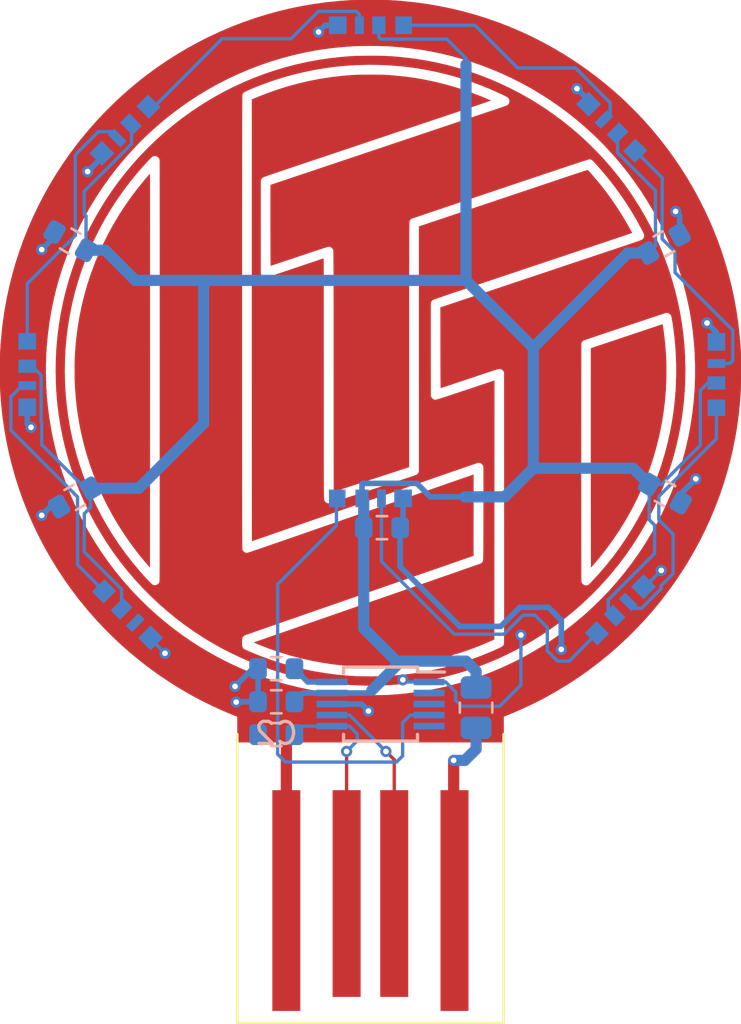
<source format=kicad_pcb>
(kicad_pcb (version 20171130) (host pcbnew "(5.1.8)-1")
  (title_block (rev 1))
  (layers (0 Front signal hide) (31 Back signal) (34 B.Paste user hide) (35 F.Paste user hide) (36 B.SilkS user) (37 F.SilkS user hide) (38 B.Mask user hide) (39 F.Mask user hide) (44 Edge.Cuts user))
  (net 0 "")
  (net 1 +3V3)
  (net 2 GND)
  (net 3 +5V)
  (net 4 D+)
  (net 5 D-)
  (net 6 touch)
  (net 7 "Net-(U2-Pad2)")
  (net 8 "Net-(U2-Pad3)")
  (net 9 neo)
  (net 10 "Net-(U2-Pad5)")
  (net 11 "Net-(U3-Pad3)")
  (net 12 "Net-(U4-Pad3)")
  (net 13 "Net-(U4-Pad1)")
  (net 14 "Net-(U5-Pad1)")
  (net 15 "Net-(U5-Pad3)")
  (net 16 "Net-(U6-Pad3)")
  (net 17 "Net-(J1-Pad1)")
  (net 18 "Net-(R2-Pad1)")
  (net 19 "Net-(U1-Pad1)")
  (net 20 "Net-(U1-Pad3)")
  (module SK68XX_SIDE:SK68XX_SIDE (layer Back) (at 135.977339 118.4402)
    (fp_text reference U3 hide)
    (fp_text value SK68XX_SIDE)
    (pad 4 smd rect (at 1.38 0.4) (size 0.8 0.8) (layers Back B.Paste B.Mask) (net 2 GND))
    (pad 3 smd rect (at 0.4 0.4) (size 0.4 0.8) (layers Back B.Paste B.Mask) (net 11 "Net-(U3-Pad3)"))
    (pad 2 smd rect (at -0.48 0.4) (size 0.6 0.8) (layers Back B.Paste B.Mask) (net 3 +5V))
    (pad 1 smd rect (at -1.605 0.4) (size 0.75 0.8) (layers Back B.Paste B.Mask) (net 9 neo))
  )
  (module SK68XX_SIDE:SK68XX_SIDE (layer Back) (at 124.968 102.5144 225)
    (fp_text reference U4 hide)
    (fp_text value SK68XX_SIDE)
    (pad 4 smd rect (at 1.38 0.4 225) (size 0.8 0.8) (layers Back B.Paste B.Mask) (net 2 GND))
    (pad 3 smd rect (at 0.4 0.4 225) (size 0.4 0.8) (layers Back B.Paste B.Mask) (net 12 "Net-(U4-Pad3)"))
    (pad 2 smd rect (at -0.48 0.4 225) (size 0.6 0.8) (layers Back B.Paste B.Mask) (net 3 +5V))
    (pad 1 smd rect (at -1.605 0.4 225) (size 0.75 0.8) (layers Back B.Paste B.Mask) (net 13 "Net-(U4-Pad1)"))
  )
  (module SK68XX_SIDE:SK68XX_SIDE (layer Back) (at 151.1554 113.1316 90)
    (fp_text reference U5 hide)
    (fp_text value SK68XX_SIDE)
    (pad 4 smd rect (at 1.38 0.4 90) (size 0.8 0.8) (layers Back B.Paste B.Mask) (net 2 GND))
    (pad 3 smd rect (at 0.4 0.4 90) (size 0.4 0.8) (layers Back B.Paste B.Mask) (net 15 "Net-(U5-Pad3)"))
    (pad 2 smd rect (at -0.48 0.4 90) (size 0.6 0.8) (layers Back B.Paste B.Mask) (net 3 +5V))
    (pad 1 smd rect (at -1.605 0.4 90) (size 0.75 0.8) (layers Back B.Paste B.Mask) (net 14 "Net-(U5-Pad1)"))
  )
  (module SK68XX_SIDE:SK68XX_SIDE (layer Back) (at 146.4564 102.241885 135)
    (fp_text reference U6 hide)
    (fp_text value SK68XX_SIDE)
    (pad 4 smd rect (at 1.38 0.4 135) (size 0.8 0.8) (layers Back B.Paste B.Mask) (net 2 GND))
    (pad 3 smd rect (at 0.4 0.4 135) (size 0.4 0.8) (layers Back B.Paste B.Mask) (net 16 "Net-(U6-Pad3)"))
    (pad 2 smd rect (at -0.48 0.4 135) (size 0.6 0.8) (layers Back B.Paste B.Mask) (net 3 +5V))
    (pad 1 smd rect (at -1.605 0.4 135) (size 0.75 0.8) (layers Back B.Paste B.Mask) (net 15 "Net-(U5-Pad3)"))
  )
  (module SK68XX_SIDE:SK68XX_SIDE (layer Back) (at 135.777339 97.809 180)
    (fp_text reference U7 hide)
    (fp_text value SK68XX_SIDE)
    (pad 4 smd rect (at 1.38 0.4 180) (size 0.8 0.8) (layers Back B.Paste B.Mask) (net 2 GND))
    (pad 3 smd rect (at 0.4 0.4 180) (size 0.4 0.8) (layers Back B.Paste B.Mask) (net 13 "Net-(U4-Pad1)"))
    (pad 2 smd rect (at -0.48 0.4 180) (size 0.6 0.8) (layers Back B.Paste B.Mask) (net 3 +5V))
    (pad 1 smd rect (at -1.605 0.4 180) (size 0.75 0.8) (layers Back B.Paste B.Mask) (net 16 "Net-(U6-Pad3)"))
  )
  (module SK68XX_SIDE:SK68XX_SIDE (layer Back) (at 146.995569 123.532946 45)
    (fp_text reference U8 hide)
    (fp_text value SK68XX_SIDE)
    (pad 4 smd rect (at 1.38 0.4 45) (size 0.8 0.8) (layers Back B.Paste B.Mask) (net 2 GND))
    (pad 3 smd rect (at 0.4 0.4 45) (size 0.4 0.8) (layers Back B.Paste B.Mask) (net 14 "Net-(U5-Pad1)"))
    (pad 2 smd rect (at -0.48 0.4 45) (size 0.6 0.8) (layers Back B.Paste B.Mask) (net 3 +5V))
    (pad 1 smd rect (at -1.605 0.4 45) (size 0.75 0.8) (layers Back B.Paste B.Mask) (net 11 "Net-(U3-Pad3)"))
  )
  (module SK68XX_SIDE:SK68XX_SIDE (layer Back) (at 120.7262 113.3316 270)
    (fp_text reference U9 hide)
    (fp_text value SK68XX_SIDE)
    (pad 4 smd rect (at 1.38 0.4 270) (size 0.8 0.8) (layers Back B.Paste B.Mask) (net 2 GND))
    (pad 3 smd rect (at 0.4 0.4 270) (size 0.4 0.8) (layers Back B.Paste B.Mask) (net 19 "Net-(U1-Pad1)"))
    (pad 2 smd rect (at -0.48 0.4 270) (size 0.6 0.8) (layers Back B.Paste B.Mask) (net 3 +5V))
    (pad 1 smd rect (at -1.605 0.4 270) (size 0.75 0.8) (layers Back B.Paste B.Mask) (net 12 "Net-(U4-Pad3)"))
  )
  (module SK68XX_SIDE:SK68XX_SIDE (layer Back) (at 125.222 123.9012 315)
    (fp_text reference U1 hide)
    (fp_text value SK68XX_SIDE)
    (pad 4 smd rect (at 1.38 0.4 315) (size 0.8 0.8) (layers Back B.Paste B.Mask) (net 2 GND))
    (pad 3 smd rect (at 0.4 0.4 315) (size 0.4 0.8) (layers Back B.Paste B.Mask) (net 20 "Net-(U1-Pad3)"))
    (pad 2 smd rect (at -0.48 0.4 315) (size 0.6 0.8) (layers Back B.Paste B.Mask) (net 3 +5V))
    (pad 1 smd rect (at -1.605 0.4 315) (size 0.75 0.8) (layers Back B.Paste B.Mask) (net 19 "Net-(U1-Pad1)"))
  )
  (module artwork:pcb-layers (layer Front) (at 129 113.25)
    (fp_text reference Ref** hide)
    (fp_text value Val** hide)
    (fp_poly (pts (xy -3.118697 -9.095536) (xy -3.118476 -9.085973) (xy -3.118263 -9.058005) (xy -3.118058 -9.012041) (xy -3.11786 -8.948492) (xy -3.117669 -8.867767) (xy -3.117487 -8.770275) (xy -3.117312 -8.656428) (xy -3.117146 -8.526633) (xy -3.116988 -8.381302) (xy -3.116838 -8.220843) (xy -3.116696 -8.045667) (xy -3.116563 -7.856183) (xy -3.116439 -7.652802) (xy -3.116323 -7.435932) (xy -3.116216 -7.205983) (xy -3.116119 -6.963365) (xy -3.11603 -6.708489) (xy -3.115951 -6.441763) (xy -3.115881 -6.163598) (xy -3.11582 -5.874402) (xy -3.115769 -5.574587) (xy -3.115727 -5.264561) (xy -3.115696 -4.944734) (xy -3.115674 -4.615517) (xy -3.115662 -4.277318) (xy -3.115661 -3.930548) (xy -3.115669 -3.575616) (xy -3.115688 -3.212932) (xy -3.115718 -2.842906) (xy -3.115758 -2.465947) (xy -3.115809 -2.082465) (xy -3.115871 -1.692871) (xy -3.115943 -1.297573) (xy -3.116027 -0.896981) (xy -3.116122 -0.491506) (xy -3.116199 -0.188927) (xy -3.118556 8.712828) (xy -3.204198 8.615617) (xy -3.266837 8.54349) (xy -3.337677 8.460162) (xy -3.413576 8.369443) (xy -3.491392 8.275142) (xy -3.56798 8.181068) (xy -3.6402 8.091031) (xy -3.704908 8.008841) (xy -3.707403 8.005632) (xy -4.008133 7.603582) (xy -4.292929 7.192025) (xy -4.561596 6.771426) (xy -4.813943 6.342251) (xy -5.049777 5.904964) (xy -5.268905 5.460029) (xy -5.471134 5.007911) (xy -5.656272 4.549076) (xy -5.824127 4.083987) (xy -5.974504 3.61311) (xy -6.107213 3.13691) (xy -6.22206 2.655851) (xy -6.318852 2.170398) (xy -6.397397 1.681016) (xy -6.429237 1.439333) (xy -6.47556 0.997023) (xy -6.507434 0.547751) (xy -6.524762 0.09536) (xy -6.527446 -0.356304) (xy -6.515387 -0.803397) (xy -6.495261 -1.152408) (xy -6.450125 -1.650874) (xy -6.386637 -2.145601) (xy -6.304959 -2.636191) (xy -6.205252 -3.122248) (xy -6.087681 -3.603375) (xy -5.952407 -4.079177) (xy -5.799592 -4.549256) (xy -5.6294 -5.013217) (xy -5.441993 -5.470662) (xy -5.237533 -5.921196) (xy -5.016183 -6.364422) (xy -4.778105 -6.799944) (xy -4.523462 -7.227365) (xy -4.252417 -7.646288) (xy -3.965131 -8.056318) (xy -3.661768 -8.457058) (xy -3.34249 -8.848112) (xy -3.338312 -8.853039) (xy -3.278389 -8.923444) (xy -3.229519 -8.980301) (xy -3.190806 -9.024596) (xy -3.161359 -9.057317) (xy -3.140281 -9.07945) (xy -3.126681 -9.091983) (xy -3.119663 -9.095903) (xy -3.118697 -9.095536)) (layer Front) (width 0.01))
    (fp_poly (pts (xy 20.11366 -2.286565) (xy 20.119767 -2.265247) (xy 20.127282 -2.228162) (xy 20.136284 -2.174814) (xy 20.146852 -2.104709) (xy 20.159064 -2.017351) (xy 20.172999 -1.912243) (xy 20.188101 -1.793939) (xy 20.240204 -1.30539) (xy 20.273888 -0.815341) (xy 20.289121 -0.324905) (xy 20.285871 0.164804) (xy 20.264109 0.652673) (xy 20.258345 0.738481) (xy 20.213666 1.239089) (xy 20.150616 1.735805) (xy 20.069295 2.22831) (xy 19.969804 2.716283) (xy 19.852244 3.199406) (xy 19.716717 3.677357) (xy 19.563324 4.149818) (xy 19.392165 4.616467) (xy 19.203342 5.076985) (xy 18.996955 5.531052) (xy 18.773106 5.978348) (xy 18.531896 6.418554) (xy 18.386075 6.667176) (xy 18.119781 7.09262) (xy 17.839674 7.505461) (xy 17.545293 7.906352) (xy 17.239074 8.29243) (xy 17.18038 8.363303) (xy 17.12329 8.431509) (xy 17.069075 8.495584) (xy 17.019012 8.554061) (xy 16.974372 8.605475) (xy 16.93643 8.648359) (xy 16.90646 8.681247) (xy 16.885735 8.702675) (xy 16.87553 8.711176) (xy 16.875113 8.711259) (xy 16.874645 8.701943) (xy 16.874184 8.674361) (xy 16.873732 8.629061) (xy 16.873289 8.566591) (xy 16.872856 8.487501) (xy 16.872434 8.392339) (xy 16.872023 8.281652) (xy 16.871626 8.155991) (xy 16.871242 8.015902) (xy 16.870872 7.861936) (xy 16.870517 7.69464) (xy 16.870178 7.514562) (xy 16.869856 7.322251) (xy 16.869552 7.118257) (xy 16.869266 6.903126) (xy 16.869 6.677409) (xy 16.868753 6.441652) (xy 16.868528 6.196406) (xy 16.868324 5.942217) (xy 16.868143 5.679636) (xy 16.867985 5.40921) (xy 16.867852 5.131487) (xy 16.867744 4.847017) (xy 16.867662 4.556347) (xy 16.867606 4.260027) (xy 16.867578 3.958605) (xy 16.867576 3.751204) (xy 16.86767 -1.208852) (xy 18.483298 -1.749019) (xy 18.651833 -1.805367) (xy 18.815612 -1.860127) (xy 18.973741 -1.912998) (xy 19.125325 -1.963681) (xy 19.269468 -2.011878) (xy 19.405275 -2.057289) (xy 19.531852 -2.099614) (xy 19.648304 -2.138555) (xy 19.753736 -2.173812) (xy 19.847252 -2.205086) (xy 19.927958 -2.232078) (xy 19.994959 -2.254487) (xy 20.04736 -2.272016) (xy 20.084265 -2.284365) (xy 20.104781 -2.291234) (xy 20.108882 -2.292611) (xy 20.11366 -2.286565)) (layer Front) (width 0.01))
    (fp_poly (pts (xy 7.009088 -13.598227) (xy 7.12507 -13.597915) (xy 7.227286 -13.597287) (xy 7.318261 -13.596253) (xy 7.400517 -13.594728) (xy 7.476578 -13.592623) (xy 7.54897 -13.589851) (xy 7.620216 -13.586325) (xy 7.692839 -13.581957) (xy 7.769365 -13.57666) (xy 7.852316 -13.570347) (xy 7.944218 -13.562929) (xy 7.977481 -13.560179) (xy 8.451247 -13.511701) (xy 8.926692 -13.444923) (xy 9.402547 -13.360125) (xy 9.877543 -13.257588) (xy 10.35041 -13.137595) (xy 10.819878 -13.000427) (xy 11.284679 -12.846364) (xy 11.425296 -12.796064) (xy 11.491318 -12.771651) (xy 11.564418 -12.743947) (xy 11.642751 -12.713707) (xy 11.724475 -12.681686) (xy 11.807746 -12.648638) (xy 11.890719 -12.61532) (xy 11.971551 -12.582485) (xy 12.048398 -12.550889) (xy 12.119417 -12.521288) (xy 12.182764 -12.494435) (xy 12.236595 -12.471086) (xy 12.279065 -12.451996) (xy 12.308333 -12.43792) (xy 12.322552 -12.429613) (xy 12.323633 -12.428194) (xy 12.314863 -12.424614) (xy 12.289208 -12.415398) (xy 12.247629 -12.40087) (xy 12.191087 -12.381356) (xy 12.120541 -12.357182) (xy 12.036953 -12.328673) (xy 11.941282 -12.296157) (xy 11.834489 -12.259958) (xy 11.717535 -12.220401) (xy 11.59138 -12.177814) (xy 11.456983 -12.132522) (xy 11.315307 -12.084849) (xy 11.167311 -12.035123) (xy 11.013955 -11.983669) (xy 10.943096 -11.959919) (xy 10.804355 -11.913427) (xy 10.649227 -11.86144) (xy 10.479164 -11.804444) (xy 10.295619 -11.742925) (xy 10.100044 -11.677372) (xy 9.893889 -11.60827) (xy 9.678608 -11.536105) (xy 9.455652 -11.461366) (xy 9.226473 -11.384538) (xy 8.992523 -11.306109) (xy 8.755253 -11.226564) (xy 8.516117 -11.146392) (xy 8.276566 -11.066077) (xy 8.038051 -10.986108) (xy 7.802025 -10.906971) (xy 7.569939 -10.829153) (xy 7.343246 -10.75314) (xy 7.229592 -10.71503) (xy 7.005394 -10.639852) (xy 6.774611 -10.562469) (xy 6.538726 -10.483377) (xy 6.299224 -10.403075) (xy 6.057587 -10.32206) (xy 5.815298 -10.240828) (xy 5.573841 -10.159878) (xy 5.3347 -10.079706) (xy 5.099357 -10.000809) (xy 4.869296 -9.923685) (xy 4.646001 -9.848832) (xy 4.430954 -9.776745) (xy 4.225639 -9.707924) (xy 4.031539 -9.642864) (xy 3.850137 -9.582064) (xy 3.682918 -9.52602) (xy 3.531364 -9.47523) (xy 3.46663 -9.453537) (xy 3.253656 -9.382099) (xy 3.058315 -9.316426) (xy 2.880355 -9.256432) (xy 2.719527 -9.202031) (xy 2.57558 -9.153136) (xy 2.448265 -9.109661) (xy 2.33733 -9.071521) (xy 2.242526 -9.038629) (xy 2.163603 -9.010899) (xy 2.100311 -8.988246) (xy 2.052399 -8.970582) (xy 2.019617 -8.957822) (xy 2.001716 -8.94988) (xy 1.999074 -8.948331) (xy 1.969747 -8.921616) (xy 1.941946 -8.885439) (xy 1.933222 -8.870868) (xy 1.905 -8.819445) (xy 1.902112 -6.726296) (xy 1.901787 -6.468148) (xy 1.901554 -6.228431) (xy 1.901414 -6.006762) (xy 1.901366 -5.802758) (xy 1.901414 -5.616037) (xy 1.901558 -5.446215) (xy 1.9018 -5.292909) (xy 1.902141 -5.155736) (xy 1.902582 -5.034312) (xy 1.903124 -4.928255) (xy 1.90377 -4.837182) (xy 1.90452 -4.760709) (xy 1.905375 -4.698454) (xy 1.906337 -4.650033) (xy 1.907408 -4.615063) (xy 1.908588 -4.593161) (xy 1.909541 -4.585105) (xy 1.931529 -4.526003) (xy 1.969347 -4.475961) (xy 2.021291 -4.437217) (xy 2.022861 -4.436355) (xy 2.034517 -4.429754) (xy 2.045025 -4.423754) (xy 2.055274 -4.418604) (xy 2.066149 -4.414554) (xy 2.07854 -4.411854) (xy 2.093332 -4.410753) (xy 2.111414 -4.411503) (xy 2.133673 -4.414352) (xy 2.160996 -4.419551) (xy 2.19427 -4.42735) (xy 2.234384 -4.437998) (xy 2.282224 -4.451746) (xy 2.338677 -4.468843) (xy 2.404632 -4.489539) (xy 2.480975 -4.514085) (xy 2.568594 -4.542729) (xy 2.668376 -4.575723) (xy 2.781209 -4.613316) (xy 2.90798 -4.655758) (xy 3.049576 -4.703299) (xy 3.206884 -4.756188) (xy 3.380793 -4.814676) (xy 3.456619 -4.840171) (xy 3.606362 -4.890516) (xy 3.751296 -4.939252) (xy 3.890411 -4.986039) (xy 4.022698 -5.030537) (xy 4.147147 -5.072407) (xy 4.262747 -5.111308) (xy 4.36849 -5.1469) (xy 4.463365 -5.178844) (xy 4.546362 -5.206799) (xy 4.616473 -5.230426) (xy 4.672685 -5.249385) (xy 4.713991 -5.263335) (xy 4.73938 -5.271937) (xy 4.747785 -5.274825) (xy 4.748675 -5.272573) (xy 4.749522 -5.264845) (xy 4.750329 -5.251233) (xy 4.751096 -5.231328) (xy 4.751823 -5.20472) (xy 4.752513 -5.171001) (xy 4.753166 -5.129762) (xy 4.753782 -5.080593) (xy 4.754363 -5.023087) (xy 4.75491 -4.956834) (xy 4.755423 -4.881424) (xy 4.755904 -4.79645) (xy 4.756354 -4.701502) (xy 4.756772 -4.596172) (xy 4.757161 -4.480049) (xy 4.757522 -4.352726) (xy 4.757854 -4.213794) (xy 4.75816 -4.062843) (xy 4.758439 -3.899464) (xy 4.758694 -3.72325) (xy 4.758924 -3.53379) (xy 4.759131 -3.330675) (xy 4.759316 -3.113498) (xy 4.75948 -2.881848) (xy 4.759623 -2.635318) (xy 4.759747 -2.373497) (xy 4.759852 -2.095978) (xy 4.75994 -1.802351) (xy 4.76001 -1.492206) (xy 4.760066 -1.165137) (xy 4.760106 -0.820732) (xy 4.760132 -0.458584) (xy 4.760146 -0.078284) (xy 4.760148 0.166619) (xy 4.760152 0.553664) (xy 4.760165 0.922333) (xy 4.760189 1.273066) (xy 4.760224 1.606301) (xy 4.760271 1.922477) (xy 4.760331 2.222035) (xy 4.760406 2.505413) (xy 4.760497 2.773049) (xy 4.760605 3.025384) (xy 4.760731 3.262856) (xy 4.760875 3.485905) (xy 4.76104 3.69497) (xy 4.761226 3.890489) (xy 4.761435 4.072902) (xy 4.761666 4.242648) (xy 4.761923 4.400166) (xy 4.762205 4.545895) (xy 4.762514 4.680275) (xy 4.76285 4.803744) (xy 4.763216 4.916742) (xy 4.763612 5.019708) (xy 4.764039 5.113081) (xy 4.764498 5.197299) (xy 4.764991 5.272803) (xy 4.765518 5.340031) (xy 4.766081 5.399423) (xy 4.766681 5.451417) (xy 4.767318 5.496453) (xy 4.767995 5.53497) (xy 4.768711 5.567407) (xy 4.769469 5.594202) (xy 4.770269 5.615796) (xy 4.771112 5.632628) (xy 4.772 5.645135) (xy 4.772933 5.653759) (xy 4.773913 5.658937) (xy 4.773989 5.6592) (xy 4.800813 5.718125) (xy 4.841588 5.765594) (xy 4.894075 5.799738) (xy 4.956034 5.818687) (xy 4.966783 5.820196) (xy 4.97508 5.820663) (xy 4.985559 5.820069) (xy 4.999239 5.818101) (xy 5.017135 5.814447) (xy 5.040266 5.808793) (xy 5.06965 5.800829) (xy 5.106303 5.790241) (xy 5.151242 5.776716) (xy 5.205487 5.759943) (xy 5.270053 5.739609) (xy 5.345958 5.715401) (xy 5.434221 5.687007) (xy 5.535857 5.654114) (xy 5.651885 5.61641) (xy 5.783323 5.573582) (xy 5.931186 5.525318) (xy 5.998602 5.503296) (xy 6.271471 5.414143) (xy 6.527029 5.330642) (xy 6.765852 5.252603) (xy 6.988514 5.179835) (xy 7.195589 5.112147) (xy 7.387652 5.049348) (xy 7.565277 4.991247) (xy 7.729039 4.937654) (xy 7.879511 4.888377) (xy 8.01727 4.843226) (xy 8.142888 4.802011) (xy 8.256941 4.764539) (xy 8.360002 4.730621) (xy 8.452647 4.700065) (xy 8.535449 4.672681) (xy 8.608984 4.648278) (xy 8.673825 4.626665) (xy 8.730548 4.607651) (xy 8.779725 4.591045) (xy 8.821933 4.576657) (xy 8.857745 4.564295) (xy 8.887736 4.55377) (xy 8.91248 4.544889) (xy 8.932552 4.537462) (xy 8.948526 4.531299) (xy 8.960976 4.526208) (xy 8.970478 4.521999) (xy 8.977604 4.518481) (xy 8.982931 4.515463) (xy 8.987032 4.512754) (xy 8.990482 4.510163) (xy 8.992212 4.508797) (xy 9.016082 4.484576) (xy 9.040148 4.451923) (xy 9.052278 4.431082) (xy 9.078148 4.380478) (xy 9.078148 -6.724569) (xy 9.136944 -6.744927) (xy 9.152118 -6.750085) (xy 9.18417 -6.760904) (xy 9.232138 -6.777058) (xy 9.295061 -6.798227) (xy 9.371977 -6.824087) (xy 9.461927 -6.854316) (xy 9.563949 -6.88859) (xy 9.677081 -6.926587) (xy 9.800364 -6.967984) (xy 9.932834 -7.012458) (xy 10.073533 -7.059687) (xy 10.221497 -7.109347) (xy 10.375767 -7.161117) (xy 10.535381 -7.214672) (xy 10.699379 -7.269691) (xy 10.719741 -7.276521) (xy 10.915451 -7.342174) (xy 11.126021 -7.412813) (xy 11.348818 -7.487554) (xy 11.581209 -7.565515) (xy 11.820561 -7.645811) (xy 12.06424 -7.727561) (xy 12.309614 -7.809879) (xy 12.55405 -7.891883) (xy 12.794915 -7.97269) (xy 13.029574 -8.051415) (xy 13.255397 -8.127177) (xy 13.469748 -8.199091) (xy 13.669996 -8.266274) (xy 13.748926 -8.292756) (xy 14.026145 -8.385758) (xy 14.286064 -8.472943) (xy 14.529217 -8.554487) (xy 14.756137 -8.630568) (xy 14.967358 -8.701364) (xy 15.163414 -8.767052) (xy 15.344838 -8.827809) (xy 15.512165 -8.883814) (xy 15.665928 -8.935242) (xy 15.806661 -8.982272) (xy 15.934898 -9.025082) (xy 16.051172 -9.063848) (xy 16.156018 -9.098748) (xy 16.249969 -9.12996) (xy 16.333558 -9.15766) (xy 16.407321 -9.182027) (xy 16.47179 -9.203238) (xy 16.527499 -9.22147) (xy 16.574982 -9.236901) (xy 16.614773 -9.249709) (xy 16.647406 -9.260069) (xy 16.673414 -9.268161) (xy 16.693331 -9.274162) (xy 16.707691 -9.278248) (xy 16.717028 -9.280598) (xy 16.721875 -9.281388) (xy 16.72268 -9.281307) (xy 16.731637 -9.273423) (xy 16.751182 -9.253431) (xy 16.779455 -9.223328) (xy 16.814594 -9.185112) (xy 16.854738 -9.14078) (xy 16.882723 -9.109531) (xy 17.200521 -8.739377) (xy 17.504732 -8.35687) (xy 17.795706 -7.961527) (xy 18.073794 -7.552866) (xy 18.339347 -7.130405) (xy 18.414621 -7.004296) (xy 18.445444 -6.951573) (xy 18.4794 -6.892675) (xy 18.515295 -6.829753) (xy 18.551938 -6.764953) (xy 18.588134 -6.700425) (xy 18.62269 -6.638317) (xy 18.654415 -6.580779) (xy 18.682113 -6.529957) (xy 18.704593 -6.488002) (xy 18.720662 -6.457061) (xy 18.729126 -6.439283) (xy 18.730137 -6.436085) (xy 18.721367 -6.432482) (xy 18.695686 -6.423254) (xy 18.654033 -6.408718) (xy 18.597351 -6.389192) (xy 18.526578 -6.364995) (xy 18.442654 -6.336444) (xy 18.346521 -6.303857) (xy 18.239119 -6.267552) (xy 18.121387 -6.227847) (xy 17.994267 -6.18506) (xy 17.858697 -6.139509) (xy 17.71562 -6.091511) (xy 17.565974 -6.041385) (xy 17.4107 -5.989449) (xy 17.288452 -5.948611) (xy 17.124127 -5.893743) (xy 16.96032 -5.839044) (xy 16.79629 -5.784266) (xy 16.631294 -5.729161) (xy 16.46459 -5.673481) (xy 16.295434 -5.616976) (xy 16.123086 -5.5594) (xy 15.946802 -5.500505) (xy 15.765841 -5.440041) (xy 15.579459 -5.377761) (xy 15.386915 -5.313417) (xy 15.187465 -5.246761) (xy 14.980369 -5.177545) (xy 14.764883 -5.10552) (xy 14.540264 -5.030438) (xy 14.305772 -4.952051) (xy 14.060663 -4.870112) (xy 13.804194 -4.784372) (xy 13.535625 -4.694582) (xy 13.254211 -4.600495) (xy 12.959211 -4.501863) (xy 12.649883 -4.398438) (xy 12.325484 -4.28997) (xy 11.985271 -4.176213) (xy 11.628503 -4.056918) (xy 11.355537 -3.965644) (xy 11.130808 -3.890439) (xy 10.923664 -3.820996) (xy 10.73381 -3.757213) (xy 10.560953 -3.698989) (xy 10.404798 -3.646224) (xy 10.265053 -3.598817) (xy 10.141423 -3.556667) (xy 10.033613 -3.519674) (xy 9.941331 -3.487738) (xy 9.864283 -3.460757) (xy 9.802173 -3.43863) (xy 9.75471 -3.421258) (xy 9.721597 -3.408539) (xy 9.702543 -3.400373) (xy 9.698129 -3.397918) (xy 9.657324 -3.359755) (xy 9.626677 -3.31315) (xy 9.610131 -3.264216) (xy 9.609583 -3.260725) (xy 9.609071 -3.247767) (xy 9.608597 -3.216861) (xy 9.608162 -3.168872) (xy 9.607767 -3.104668) (xy 9.607413 -3.025114) (xy 9.607101 -2.931076) (xy 9.606833 -2.823422) (xy 9.606609 -2.703017) (xy 9.60643 -2.570728) (xy 9.606298 -2.42742) (xy 9.606214 -2.273961) (xy 9.606179 -2.111217) (xy 9.606194 -1.940053) (xy 9.60626 -1.761336) (xy 9.606379 -1.575933) (xy 9.60655 -1.38471) (xy 9.606776 -1.188533) (xy 9.606849 -1.133593) (xy 9.609667 0.954852) (xy 9.629264 0.997185) (xy 9.657466 1.041078) (xy 9.697201 1.081246) (xy 9.741659 1.111108) (xy 9.752143 1.115954) (xy 9.761794 1.119953) (xy 9.771193 1.12336) (xy 9.78122 1.125917) (xy 9.792752 1.127363) (xy 9.806667 1.127438) (xy 9.823843 1.125884) (xy 9.845158 1.122439) (xy 9.87149 1.116844) (xy 9.903717 1.108838) (xy 9.942716 1.098163) (xy 9.989367 1.084558) (xy 10.044547 1.067763) (xy 10.109133 1.047518) (xy 10.184005 1.023564) (xy 10.270039 0.99564) (xy 10.368113 0.963487) (xy 10.479107 0.926844) (xy 10.603897 0.885453) (xy 10.743361 0.839052) (xy 10.898379 0.787382) (xy 11.069827 0.730183) (xy 11.184042 0.692069) (xy 12.493052 0.255248) (xy 12.490693 6.11756) (xy 12.488333 11.979872) (xy 12.294265 12.066234) (xy 11.837851 12.259062) (xy 11.374241 12.434604) (xy 10.903961 12.59273) (xy 10.427542 12.73331) (xy 9.945512 12.856213) (xy 9.4584 12.961309) (xy 8.966735 13.048466) (xy 8.471046 13.117555) (xy 7.971862 13.168446) (xy 7.761111 13.184374) (xy 7.703636 13.187881) (xy 7.633694 13.191517) (xy 7.553975 13.195194) (xy 7.467172 13.198824) (xy 7.375976 13.202318) (xy 7.283078 13.205589) (xy 7.19117 13.208548) (xy 7.102943 13.211106) (xy 7.021089 13.213176) (xy 6.948299 13.214669) (xy 6.887265 13.215498) (xy 6.840678 13.215573) (xy 6.82037 13.215208) (xy 6.787426 13.214312) (xy 6.741471 13.213253) (xy 6.688309 13.212156) (xy 6.633742 13.211147) (xy 6.627518 13.21104) (xy 6.149328 13.193725) (xy 5.66897 13.158157) (xy 5.187742 13.104577) (xy 4.70694 13.033226) (xy 4.227864 12.944343) (xy 3.751809 12.838169) (xy 3.280075 12.714944) (xy 2.813958 12.57491) (xy 2.361259 12.420657) (xy 2.279037 12.390496) (xy 2.187995 12.356324) (xy 2.091872 12.319603) (xy 1.994404 12.281795) (xy 1.899331 12.244361) (xy 1.81039 12.208763) (xy 1.731319 12.176464) (xy 1.665857 12.148924) (xy 1.660407 12.146577) (xy 1.627722 12.132108) (xy 1.610204 12.122815) (xy 1.605616 12.116728) (xy 1.61172 12.111876) (xy 1.618074 12.109301) (xy 1.630712 12.104806) (xy 1.659638 12.094669) (xy 1.70336 12.079409) (xy 1.760389 12.059543) (xy 1.829234 12.035592) (xy 1.908403 12.008072) (xy 1.996408 11.977503) (xy 2.091756 11.944403) (xy 2.192959 11.909289) (xy 2.267185 11.883547) (xy 2.340543 11.858108) (xy 2.430415 11.826937) (xy 2.535539 11.790472) (xy 2.654653 11.749151) (xy 2.786496 11.703411) (xy 2.929807 11.653691) (xy 3.083325 11.600427) (xy 3.245788 11.544057) (xy 3.415935 11.485019) (xy 3.592505 11.423752) (xy 3.774236 11.360691) (xy 3.959866 11.296275) (xy 4.148135 11.230943) (xy 4.337781 11.16513) (xy 4.527543 11.099275) (xy 4.708407 11.036506) (xy 4.879286 10.977203) (xy 5.06645 10.912248) (xy 5.268412 10.842159) (xy 5.483682 10.767451) (xy 5.710772 10.688643) (xy 5.948193 10.60625) (xy 6.194455 10.520789) (xy 6.448071 10.432777) (xy 6.70755 10.34273) (xy 6.971405 10.251165) (xy 7.238146 10.158599) (xy 7.506285 10.065549) (xy 7.774333 9.972531) (xy 8.0408 9.880062) (xy 8.304198 9.788658) (xy 8.563038 9.698836) (xy 8.815832 9.611114) (xy 9.06109 9.526007) (xy 9.172222 9.487443) (xy 9.388555 9.412361) (xy 9.60052 9.338772) (xy 9.807411 9.266921) (xy 10.008523 9.197053) (xy 10.203151 9.129414) (xy 10.39059 9.064251) (xy 10.570135 9.001807) (xy 10.741082 8.94233) (xy 10.902724 8.886064) (xy 11.054358 8.833256) (xy 11.195277 8.78415) (xy 11.324778 8.738993) (xy 11.442154 8.69803) (xy 11.546701 8.661506) (xy 11.637715 8.629668) (xy 11.714489 8.60276) (xy 11.776319 8.581029) (xy 11.822499 8.56472) (xy 11.852326 8.554078) (xy 11.865093 8.54935) (xy 11.865161 8.549321) (xy 11.916404 8.517581) (xy 11.958909 8.471471) (xy 11.982215 8.431039) (xy 11.983997 8.426235) (xy 11.985646 8.419442) (xy 11.987169 8.409927) (xy 11.988572 8.396959) (xy 11.989862 8.379808) (xy 11.991046 8.357742) (xy 11.99213 8.330031) (xy 11.993121 8.295943) (xy 11.994026 8.254747) (xy 11.994852 8.205712) (xy 11.995604 8.148108) (xy 11.996291 8.081202) (xy 11.996917 8.004265) (xy 11.997491 7.916564) (xy 11.998018 7.81737) (xy 11.998506 7.70595) (xy 11.99896 7.581575) (xy 11.999389 7.443512) (xy 11.999797 7.29103) (xy 12.000193 7.1234) (xy 12.000582 6.939889) (xy 12.000972 6.739767) (xy 12.001368 6.522302) (xy 12.001778 6.286764) (xy 12.001784 6.283325) (xy 12.002191 6.03005) (xy 12.00251 5.795102) (xy 12.00274 5.577992) (xy 12.00288 5.378232) (xy 12.002928 5.195335) (xy 12.002882 5.028811) (xy 12.002742 4.878174) (xy 12.002504 4.742935) (xy 12.002168 4.622606) (xy 12.001731 4.516698) (xy 12.001194 4.424725) (xy 12.000552 4.346197) (xy 11.999806 4.280627) (xy 11.998954 4.227526) (xy 11.997993 4.186406) (xy 11.996923 4.15678) (xy 11.995742 4.138159) (xy 11.994704 4.130816) (xy 11.974112 4.086079) (xy 11.939456 4.044016) (xy 11.895405 4.009088) (xy 11.846625 3.985762) (xy 11.841387 3.984158) (xy 11.80046 3.974853) (xy 11.767072 3.974035) (xy 11.747313 3.977267) (xy 11.73597 3.980884) (xy 11.707395 3.990488) (xy 11.662132 4.005889) (xy 11.600722 4.026902) (xy 11.523708 4.053337) (xy 11.431631 4.085008) (xy 11.325034 4.121726) (xy 11.204459 4.163306) (xy 11.070448 4.209558) (xy 10.923544 4.260295) (xy 10.764288 4.31533) (xy 10.593222 4.374475) (xy 10.41089 4.437542) (xy 10.217832 4.504345) (xy 10.014592 4.574695) (xy 9.80171 4.648405) (xy 9.579731 4.725288) (xy 9.349195 4.805155) (xy 9.110644 4.887819) (xy 8.864622 4.973093) (xy 8.61167 5.060789) (xy 8.35233 5.15072) (xy 8.087145 5.242698) (xy 7.816657 5.336535) (xy 7.541407 5.432043) (xy 7.323667 5.507611) (xy 7.038894 5.606451) (xy 6.755912 5.704669) (xy 6.475377 5.802037) (xy 6.197945 5.898328) (xy 5.924274 5.993314) (xy 5.65502 6.086766) (xy 5.39084 6.178458) (xy 5.13239 6.26816) (xy 4.880327 6.355645) (xy 4.635308 6.440685) (xy 4.39799 6.523052) (xy 4.169029 6.602519) (xy 3.949082 6.678856) (xy 3.738806 6.751837) (xy 3.538857 6.821234) (xy 3.349892 6.886818) (xy 3.172568 6.948361) (xy 3.007541 7.005637) (xy 2.855469 7.058416) (xy 2.717008 7.10647) (xy 2.592814 7.149573) (xy 2.483544 7.187496) (xy 2.389856 7.22001) (xy 2.312405 7.246889) (xy 2.251849 7.267904) (xy 2.23521 7.273677) (xy 2.124655 7.312047) (xy 2.019111 7.348689) (xy 1.91995 7.383126) (xy 1.828539 7.414882) (xy 1.746247 7.443483) (xy 1.674444 7.468451) (xy 1.614496 7.489312) (xy 1.567775 7.505588) (xy 1.535647 7.516805) (xy 1.519483 7.522487) (xy 1.517896 7.523061) (xy 1.51722 7.521046) (xy 1.516567 7.514268) (xy 1.515938 7.502418) (xy 1.515332 7.485188) (xy 1.514748 7.462268) (xy 1.514186 7.433352) (xy 1.513645 7.398129) (xy 1.513126 7.356292) (xy 1.512627 7.307532) (xy 1.512149 7.251541) (xy 1.511691 7.18801) (xy 1.511253 7.11663) (xy 1.510833 7.037093) (xy 1.510433 6.949091) (xy 1.510051 6.852315) (xy 1.509687 6.746456) (xy 1.509341 6.631206) (xy 1.509012 6.506257) (xy 1.5087 6.3713) (xy 1.508405 6.226026) (xy 1.508125 6.070127) (xy 1.507861 5.903294) (xy 1.507613 5.725219) (xy 1.50738 5.535594) (xy 1.507161 5.334109) (xy 1.506956 5.120457) (xy 1.506765 4.894329) (xy 1.506588 4.655416) (xy 1.506423 4.403409) (xy 1.506271 4.138001) (xy 1.506132 3.858883) (xy 1.506004 3.565746) (xy 1.505887 3.258282) (xy 1.505782 2.936182) (xy 1.505687 2.599138) (xy 1.505602 2.24684) (xy 1.505528 1.878982) (xy 1.505462 1.495254) (xy 1.505406 1.095347) (xy 1.505359 0.678954) (xy 1.505319 0.245765) (xy 1.505288 -0.204528) (xy 1.505264 -0.672233) (xy 1.505248 -1.157659) (xy 1.505238 -1.661115) (xy 1.505234 -2.182908) (xy 1.505235 -2.475494) (xy 1.505285 -12.478926) (xy 1.704363 -12.56241) (xy 2.170919 -12.747943) (xy 2.643191 -12.915693) (xy 3.120666 -13.065534) (xy 3.602829 -13.19734) (xy 4.089164 -13.310985) (xy 4.579157 -13.406342) (xy 5.072293 -13.483284) (xy 5.568058 -13.541686) (xy 5.771444 -13.5602) (xy 5.866858 -13.56801) (xy 5.952886 -13.574688) (xy 6.032052 -13.58032) (xy 6.106879 -13.584993) (xy 6.179891 -13.588795) (xy 6.253611 -13.591812) (xy 6.330563 -13.594131) (xy 6.41327 -13.595839) (xy 6.504256 -13.597024) (xy 6.606046 -13.597772) (xy 6.721161 -13.59817) (xy 6.852126 -13.598306) (xy 6.876815 -13.598309) (xy 7.009088 -13.598227)) (layer Front) (width 0.01))
    (fp_poly (pts (xy 7.11335 -14.45725) (xy 7.292137 -14.454809) (xy 7.462809 -14.450258) (xy 7.628907 -14.443455) (xy 7.793972 -14.434258) (xy 7.961545 -14.422524) (xy 8.135169 -14.408111) (xy 8.297333 -14.392947) (xy 8.806969 -14.333678) (xy 9.313732 -14.255922) (xy 9.817071 -14.159863) (xy 10.316437 -14.045685) (xy 10.811278 -13.913572) (xy 11.301044 -13.763708) (xy 11.785187 -13.596277) (xy 12.263154 -13.411462) (xy 12.734397 -13.209447) (xy 13.198365 -12.990418) (xy 13.654507 -12.754556) (xy 14.102274 -12.502047) (xy 14.289852 -12.389766) (xy 14.722594 -12.115226) (xy 15.145614 -11.82486) (xy 15.558315 -11.519223) (xy 15.960102 -11.198869) (xy 16.35038 -10.864354) (xy 16.728553 -10.516232) (xy 17.094025 -10.155059) (xy 17.446201 -9.781389) (xy 17.784486 -9.395777) (xy 18.108284 -8.998779) (xy 18.417 -8.590948) (xy 18.519887 -8.447852) (xy 18.811411 -8.02083) (xy 19.086324 -7.585228) (xy 19.344523 -7.141488) (xy 19.585906 -6.690054) (xy 19.81037 -6.23137) (xy 20.017813 -5.765879) (xy 20.208134 -5.294024) (xy 20.381229 -4.81625) (xy 20.536996 -4.333) (xy 20.675333 -3.844717) (xy 20.796139 -3.351844) (xy 20.899309 -2.854826) (xy 20.984743 -2.354106) (xy 21.052338 -1.850127) (xy 21.101991 -1.343333) (xy 21.133601 -0.834167) (xy 21.147065 -0.323073) (xy 21.14228 0.189505) (xy 21.119145 0.703125) (xy 21.077557 1.217342) (xy 21.017413 1.731713) (xy 20.958644 2.126074) (xy 20.867054 2.629569) (xy 20.757263 3.128825) (xy 20.62951 3.62334) (xy 20.484032 4.112611) (xy 20.32107 4.596136) (xy 20.140861 5.073414) (xy 19.943644 5.543941) (xy 19.729658 6.007216) (xy 19.499143 6.462736) (xy 19.252335 6.91) (xy 18.989475 7.348504) (xy 18.710801 7.777746) (xy 18.416552 8.197225) (xy 18.106966 8.606438) (xy 17.782282 9.004883) (xy 17.575128 9.244452) (xy 17.225911 9.625346) (xy 16.864495 9.992256) (xy 16.49132 10.344952) (xy 16.106827 10.683206) (xy 15.711456 11.006789) (xy 15.305648 11.315472) (xy 14.889843 11.609026) (xy 14.464481 11.887224) (xy 14.030004 12.149834) (xy 13.58685 12.39663) (xy 13.135462 12.627383) (xy 12.676278 12.841863) (xy 12.20974 13.039841) (xy 11.736289 13.22109) (xy 11.256364 13.385379) (xy 10.770405 13.532481) (xy 10.278854 13.662167) (xy 9.782151 13.774207) (xy 9.280737 13.868374) (xy 8.77505 13.944437) (xy 8.452555 13.983168) (xy 8.271864 14.001915) (xy 8.101614 14.017724) (xy 7.936902 14.030924) (xy 7.772822 14.041841) (xy 7.604471 14.050804) (xy 7.426943 14.05814) (xy 7.243335 14.063955) (xy 7.148699 14.066538) (xy 7.068262 14.068576) (xy 6.998576 14.070066) (xy 6.936192 14.071006) (xy 6.87766 14.071391) (xy 6.819532 14.07122) (xy 6.75836 14.070489) (xy 6.690694 14.069194) (xy 6.613086 14.067333) (xy 6.522087 14.064903) (xy 6.462889 14.063262) (xy 5.947465 14.039512) (xy 5.434428 13.997184) (xy 4.924229 13.936413) (xy 4.417317 13.857335) (xy 3.914142 13.760086) (xy 3.415155 13.644802) (xy 2.920805 13.51162) (xy 2.431542 13.360674) (xy 1.947816 13.192102) (xy 1.470079 13.006039) (xy 0.998778 12.802621) (xy 0.534365 12.581984) (xy 0.07729 12.344265) (xy -0.280008 12.14174) (xy 1.054636 12.14174) (xy 1.055513 12.197001) (xy 1.05784 12.24224) (xy 1.061477 12.273322) (xy 1.061987 12.27587) (xy 1.082581 12.334601) (xy 1.116009 12.385144) (xy 1.155525 12.420315) (xy 1.175498 12.431329) (xy 1.210737 12.448382) (xy 1.259036 12.470537) (xy 1.318191 12.496851) (xy 1.385995 12.526386) (xy 1.460244 12.5582) (xy 1.538731 12.591354) (xy 1.619251 12.624907) (xy 1.699599 12.65792) (xy 1.777568 12.689451) (xy 1.850954 12.718561) (xy 1.897918 12.736802) (xy 2.379531 12.912012) (xy 2.864769 13.068793) (xy 3.3538 13.207181) (xy 3.846792 13.327212) (xy 4.343915 13.428919) (xy 4.845336 13.512338) (xy 5.351224 13.577504) (xy 5.861748 13.624452) (xy 6.284148 13.649389) (xy 6.357595 13.652015) (xy 6.446599 13.65416) (xy 6.547909 13.65582) (xy 6.658273 13.656995) (xy 6.77444 13.657682) (xy 6.89316 13.657881) (xy 7.011179 13.65759) (xy 7.125247 13.656806) (xy 7.232113 13.655529) (xy 7.328524 13.653756) (xy 7.411231 13.651486) (xy 7.450799 13.649978) (xy 7.9662 13.61862) (xy 8.475645 13.569449) (xy 8.979451 13.502389) (xy 9.47794 13.417363) (xy 9.971429 13.314296) (xy 10.460239 13.193111) (xy 10.944689 13.053733) (xy 11.425098 12.896085) (xy 11.901786 12.720091) (xy 12.375073 12.525675) (xy 12.615333 12.419363) (xy 12.694806 12.382848) (xy 12.758768 12.352023) (xy 12.809139 12.325491) (xy 12.847836 12.301855) (xy 12.876778 12.279718) (xy 12.897884 12.257683) (xy 12.913072 12.234354) (xy 12.924261 12.208332) (xy 12.930038 12.190213) (xy 12.931013 12.185615) (xy 12.931944 12.178405) (xy 12.93283 12.168163) (xy 12.933673 12.15447) (xy 12.934474 12.136905) (xy 12.935232 12.115046) (xy 12.93595 12.088475) (xy 12.936628 12.05677) (xy 12.937267 12.01951) (xy 12.937868 11.976276) (xy 12.938431 11.926646) (xy 12.938957 11.870201) (xy 12.939448 11.80652) (xy 12.939904 11.735182) (xy 12.940325 11.655767) (xy 12.940713 11.567855) (xy 12.941069 11.471025) (xy 12.941393 11.364856) (xy 12.941686 11.248928) (xy 12.941949 11.122821) (xy 12.942183 10.986114) (xy 12.942388 10.838386) (xy 12.942566 10.679218) (xy 12.942718 10.508188) (xy 12.942843 10.324877) (xy 12.942944 10.128863) (xy 12.94302 9.919727) (xy 12.943073 9.697047) (xy 12.943104 9.460404) (xy 12.943113 9.209377) (xy 12.943101 8.943545) (xy 12.943069 8.662488) (xy 12.943018 8.365785) (xy 12.942948 8.053017) (xy 12.942861 7.723761) (xy 12.942758 7.377599) (xy 12.942638 7.01411) (xy 12.942504 6.632872) (xy 12.942355 6.233467) (xy 12.942269 6.011179) (xy 12.941268 3.432479) (xy 16.42553 3.432479) (xy 16.425535 3.812823) (xy 16.42554 3.971975) (xy 16.425556 4.353066) (xy 16.425575 4.715798) (xy 16.425598 5.060628) (xy 16.425627 5.388011) (xy 16.425663 5.698404) (xy 16.425709 5.992263) (xy 16.425764 6.270044) (xy 16.425831 6.532203) (xy 16.425912 6.779196) (xy 16.426007 7.01148) (xy 16.426118 7.229511) (xy 16.426247 7.433745) (xy 16.426395 7.624637) (xy 16.426563 7.802645) (xy 16.426753 7.968223) (xy 16.426967 8.12183) (xy 16.427206 8.26392) (xy 16.427471 8.394949) (xy 16.427764 8.515374) (xy 16.428087 8.625652) (xy 16.42844 8.726237) (xy 16.428826 8.817587) (xy 16.429245 8.900157) (xy 16.429699 8.974404) (xy 16.43019 9.040784) (xy 16.430719 9.099752) (xy 16.431288 9.151766) (xy 16.431898 9.19728) (xy 16.432551 9.236752) (xy 16.433247 9.270638) (xy 16.433989 9.299393) (xy 16.434778 9.323474) (xy 16.435615 9.343337) (xy 16.436502 9.359438) (xy 16.437441 9.372233) (xy 16.438432 9.382178) (xy 16.439478 9.38973) (xy 16.440579 9.395345) (xy 16.441738 9.399478) (xy 16.442955 9.402587) (xy 16.443008 9.402704) (xy 16.476481 9.455336) (xy 16.521397 9.496108) (xy 16.574409 9.523518) (xy 16.632169 9.536067) (xy 16.69133 9.532254) (xy 16.716392 9.525201) (xy 16.73497 9.518208) (xy 16.751521 9.510312) (xy 16.768244 9.499623) (xy 16.787338 9.484253) (xy 16.811002 9.462313) (xy 16.841433 9.431914) (xy 16.88083 9.391168) (xy 16.919277 9.350906) (xy 17.261357 8.978333) (xy 17.58946 8.593527) (xy 17.903232 8.197084) (xy 18.202316 7.7896) (xy 18.486358 7.371674) (xy 18.755004 6.943903) (xy 19.007897 6.506883) (xy 19.244684 6.061212) (xy 19.465008 5.607487) (xy 19.668516 5.146305) (xy 19.854853 4.678263) (xy 20.023662 4.203958) (xy 20.078797 4.035778) (xy 20.225286 3.548099) (xy 20.353512 3.056116) (xy 20.463429 2.560224) (xy 20.554993 2.060818) (xy 20.628159 1.558292) (xy 20.682882 1.05304) (xy 20.719117 0.545458) (xy 20.73682 0.035939) (xy 20.735946 -0.475121) (xy 20.71645 -0.987328) (xy 20.691016 -1.354667) (xy 20.681627 -1.461585) (xy 20.670691 -1.573677) (xy 20.658456 -1.689179) (xy 20.645167 -1.80633) (xy 20.631071 -1.923365) (xy 20.616416 -2.038522) (xy 20.601448 -2.15004) (xy 20.586414 -2.256154) (xy 20.57156 -2.355102) (xy 20.557133 -2.445121) (xy 20.543381 -2.524449) (xy 20.530549 -2.591323) (xy 20.518884 -2.643979) (xy 20.508634 -2.680656) (xy 20.503608 -2.693548) (xy 20.475561 -2.73498) (xy 20.435698 -2.770869) (xy 20.388753 -2.798597) (xy 20.339459 -2.815549) (xy 20.292548 -2.819109) (xy 20.279862 -2.81722) (xy 20.26779 -2.813587) (xy 20.238813 -2.804291) (xy 20.193869 -2.789644) (xy 20.133893 -2.769956) (xy 20.059822 -2.745539) (xy 19.972593 -2.716703) (xy 19.873143 -2.683759) (xy 19.762408 -2.647018) (xy 19.641325 -2.606791) (xy 19.510832 -2.563388) (xy 19.371863 -2.517121) (xy 19.225357 -2.4683) (xy 19.07225 -2.417235) (xy 18.913479 -2.364239) (xy 18.74998 -2.309621) (xy 18.720741 -2.299849) (xy 18.487539 -2.221903) (xy 18.271523 -2.149695) (xy 18.072035 -2.083003) (xy 17.888415 -2.021606) (xy 17.720003 -1.965281) (xy 17.566141 -1.913808) (xy 17.426168 -1.866962) (xy 17.299426 -1.824524) (xy 17.185256 -1.786271) (xy 17.082998 -1.751981) (xy 16.991992 -1.721432) (xy 16.91158 -1.694403) (xy 16.841101 -1.670671) (xy 16.779898 -1.650014) (xy 16.72731 -1.632212) (xy 16.682678 -1.617041) (xy 16.645343 -1.60428) (xy 16.614645 -1.593707) (xy 16.589926 -1.585101) (xy 16.570526 -1.578238) (xy 16.555785 -1.572898) (xy 16.545044 -1.568859) (xy 16.537645 -1.565898) (xy 16.532927 -1.563794) (xy 16.531592 -1.563116) (xy 16.507745 -1.544831) (xy 16.480741 -1.516152) (xy 16.455944 -1.483461) (xy 16.438717 -1.453138) (xy 16.438267 -1.452079) (xy 16.437337 -1.447658) (xy 16.436452 -1.438669) (xy 16.435609 -1.424686) (xy 16.434809 -1.405283) (xy 16.434051 -1.380033) (xy 16.433332 -1.348509) (xy 16.432653 -1.310285) (xy 16.432013 -1.264935) (xy 16.43141 -1.212032) (xy 16.430843 -1.151149) (xy 16.430311 -1.08186) (xy 16.429814 -1.003738) (xy 16.42935 -0.916358) (xy 16.428918 -0.819292) (xy 16.428518 -0.712114) (xy 16.428148 -0.594397) (xy 16.427807 -0.465715) (xy 16.427495 -0.325642) (xy 16.42721 -0.17375) (xy 16.426951 -0.009614) (xy 16.426718 0.167193) (xy 16.426509 0.357098) (xy 16.426323 0.560528) (xy 16.42616 0.777907) (xy 16.426018 1.009664) (xy 16.425896 1.256225) (xy 16.425794 1.518016) (xy 16.42571 1.795463) (xy 16.425643 2.088994) (xy 16.425593 2.399034) (xy 16.425558 2.726011) (xy 16.425537 3.07035) (xy 16.42553 3.432479) (xy 12.941268 3.432479) (xy 12.939889 -0.117593) (xy 12.919584 -0.155222) (xy 12.880208 -0.209785) (xy 12.829486 -0.249558) (xy 12.768699 -0.27367) (xy 12.73738 -0.279302) (xy 12.730124 -0.27974) (xy 12.721048 -0.279296) (xy 12.70928 -0.27769) (xy 12.693946 -0.274645) (xy 12.674173 -0.269881) (xy 12.64909 -0.26312) (xy 12.617824 -0.254082) (xy 12.579501 -0.242488) (xy 12.53325 -0.22806) (xy 12.478197 -0.210519) (xy 12.41347 -0.189586) (xy 12.338196 -0.164981) (xy 12.251502 -0.136427) (xy 12.152516 -0.103644) (xy 12.040364 -0.066353) (xy 11.914175 -0.024276) (xy 11.773076 0.022867) (xy 11.616193 0.075355) (xy 11.442655 0.133465) (xy 11.378097 0.155091) (xy 11.226515 0.205843) (xy 11.079844 0.254891) (xy 10.939072 0.301909) (xy 10.805185 0.346568) (xy 10.67917 0.388543) (xy 10.562015 0.427505) (xy 10.454706 0.463127) (xy 10.358231 0.495082) (xy 10.273577 0.523042) (xy 10.20173 0.546681) (xy 10.143678 0.565672) (xy 10.100408 0.579686) (xy 10.072906 0.588396) (xy 10.06216 0.591476) (xy 10.062046 0.591464) (xy 10.061714 0.58185) (xy 10.06134 0.554329) (xy 10.060929 0.509808) (xy 10.060484 0.449194) (xy 10.060011 0.373395) (xy 10.059512 0.283317) (xy 10.058992 0.179868) (xy 10.058454 0.063955) (xy 10.057904 -0.063514) (xy 10.057344 -0.201632) (xy 10.056779 -0.349493) (xy 10.056214 -0.506187) (xy 10.055651 -0.670809) (xy 10.055095 -0.842451) (xy 10.05455 -1.020206) (xy 10.054021 -1.203166) (xy 10.053934 -1.234151) (xy 10.048864 -3.056266) (xy 10.643006 -3.255134) (xy 10.797458 -3.306828) (xy 10.968649 -3.364116) (xy 11.155473 -3.42663) (xy 11.356824 -3.493998) (xy 11.571597 -3.565853) (xy 11.798685 -3.641823) (xy 12.036983 -3.721539) (xy 12.285386 -3.804631) (xy 12.542787 -3.890729) (xy 12.808081 -3.979464) (xy 13.080162 -4.070466) (xy 13.357925 -4.163365) (xy 13.640263 -4.257791) (xy 13.926071 -4.353375) (xy 14.214243 -4.449747) (xy 14.503674 -4.546536) (xy 14.793257 -4.643374) (xy 15.081888 -4.73989) (xy 15.36846 -4.835715) (xy 15.651867 -4.930479) (xy 15.931004 -5.023812) (xy 16.204766 -5.115344) (xy 16.472046 -5.204706) (xy 16.731738 -5.291527) (xy 16.982738 -5.375439) (xy 17.223939 -5.45607) (xy 17.454235 -5.533053) (xy 17.672521 -5.606016) (xy 17.877691 -5.674589) (xy 18.06864 -5.738404) (xy 18.082352 -5.742987) (xy 18.245691 -5.797595) (xy 18.392126 -5.846612) (xy 18.522611 -5.890375) (xy 18.638099 -5.929219) (xy 18.739545 -5.96348) (xy 18.827901 -5.993495) (xy 18.904121 -6.019597) (xy 18.969158 -6.042125) (xy 19.023967 -6.061413) (xy 19.0695 -6.077798) (xy 19.106711 -6.091615) (xy 19.136554 -6.1032) (xy 19.159983 -6.112888) (xy 19.17795 -6.121017) (xy 19.191409 -6.127922) (xy 19.201313 -6.133938) (xy 19.208617 -6.139401) (xy 19.209214 -6.139907) (xy 19.252698 -6.186965) (xy 19.278844 -6.239837) (xy 19.288827 -6.300997) (xy 19.288982 -6.307667) (xy 19.288827 -6.325742) (xy 19.287234 -6.342529) (xy 19.283207 -6.360485) (xy 19.27575 -6.382068) (xy 19.263869 -6.409734) (xy 19.246569 -6.44594) (xy 19.222854 -6.493144) (xy 19.19173 -6.553802) (xy 19.180392 -6.575778) (xy 18.953293 -6.996323) (xy 18.708662 -7.412385) (xy 18.447547 -7.822462) (xy 18.170992 -8.225048) (xy 17.880044 -8.618639) (xy 17.57575 -9.00173) (xy 17.259156 -9.372818) (xy 17.151392 -9.493233) (xy 17.08914 -9.561827) (xy 17.037826 -9.617761) (xy 16.995816 -9.662375) (xy 16.961473 -9.697008) (xy 16.933165 -9.722997) (xy 16.909256 -9.741683) (xy 16.888111 -9.754402) (xy 16.868097 -9.762495) (xy 16.847578 -9.7673) (xy 16.824921 -9.770155) (xy 16.811863 -9.771304) (xy 16.807082 -9.771454) (xy 16.80103 -9.771083) (xy 16.793217 -9.770028) (xy 16.783152 -9.768127) (xy 16.770343 -9.765217) (xy 16.754298 -9.761138) (xy 16.734528 -9.755726) (xy 16.710539 -9.748819) (xy 16.681842 -9.740256) (xy 16.647945 -9.729874) (xy 16.608356 -9.717511) (xy 16.562584 -9.703004) (xy 16.510138 -9.686193) (xy 16.450527 -9.666914) (xy 16.383259 -9.645005) (xy 16.307843 -9.620304) (xy 16.223788 -9.59265) (xy 16.130602 -9.561879) (xy 16.027795 -9.527831) (xy 15.914874 -9.490342) (xy 15.791349 -9.44925) (xy 15.656729 -9.404394) (xy 15.510521 -9.355611) (xy 15.352235 -9.302739) (xy 15.18138 -9.245615) (xy 14.997464 -9.184079) (xy 14.799996 -9.117967) (xy 14.588484 -9.047118) (xy 14.362438 -8.971368) (xy 14.121366 -8.890557) (xy 13.864776 -8.804522) (xy 13.592178 -8.713101) (xy 13.30308 -8.616131) (xy 12.996991 -8.513451) (xy 12.765852 -8.435908) (xy 12.499627 -8.346582) (xy 12.237812 -8.258711) (xy 11.980976 -8.172488) (xy 11.729688 -8.088104) (xy 11.484519 -8.005753) (xy 11.246039 -7.925625) (xy 11.014817 -7.847913) (xy 10.791425 -7.772808) (xy 10.57643 -7.700503) (xy 10.370404 -7.63119) (xy 10.173917 -7.56506) (xy 9.987538 -7.502306) (xy 9.811837 -7.443119) (xy 9.647384 -7.387692) (xy 9.49475 -7.336216) (xy 9.354504 -7.288884) (xy 9.227215 -7.245887) (xy 9.113455 -7.207418) (xy 9.013792 -7.173667) (xy 8.928798 -7.144828) (xy 8.859041 -7.121093) (xy 8.805092 -7.102652) (xy 8.767521 -7.089699) (xy 8.746897 -7.082425) (xy 8.742954 -7.080899) (xy 8.707223 -7.054684) (xy 8.673359 -7.016322) (xy 8.6469 -6.972118) (xy 8.646334 -6.970889) (xy 8.645281 -6.967508) (xy 8.644278 -6.961788) (xy 8.643321 -6.953286) (xy 8.642411 -6.941558) (xy 8.641545 -6.926162) (xy 8.640723 -6.906655) (xy 8.639942 -6.882594) (xy 8.639202 -6.853536) (xy 8.6385 -6.819039) (xy 8.637837 -6.778659) (xy 8.637209 -6.731953) (xy 8.636617 -6.67848) (xy 8.636058 -6.617795) (xy 8.635531 -6.549456) (xy 8.635035 -6.47302) (xy 8.634568 -6.388044) (xy 8.634129 -6.294085) (xy 8.633717 -6.190701) (xy 8.63333 -6.077448) (xy 8.632967 -5.953884) (xy 8.632626 -5.819565) (xy 8.632307 -5.67405) (xy 8.632007 -5.516894) (xy 8.631725 -5.347656) (xy 8.63146 -5.165891) (xy 8.631211 -4.971158) (xy 8.630976 -4.763014) (xy 8.630754 -4.541015) (xy 8.630543 -4.304719) (xy 8.630343 -4.053682) (xy 8.630151 -3.787463) (xy 8.629966 -3.505617) (xy 8.629787 -3.207703) (xy 8.629612 -2.893277) (xy 8.629441 -2.561896) (xy 8.629271 -2.213118) (xy 8.629102 -1.846499) (xy 8.628932 -1.461598) (xy 8.628897 -1.382284) (xy 8.626498 4.173395) (xy 6.93086 4.727125) (xy 6.757928 4.7836) (xy 6.589731 4.83853) (xy 6.427144 4.89163) (xy 6.271047 4.942613) (xy 6.122317 4.991192) (xy 5.98183 5.03708) (xy 5.850465 5.079992) (xy 5.7291 5.119639) (xy 5.618611 5.155736) (xy 5.519876 5.187996) (xy 5.433773 5.216132) (xy 5.361179 5.239858) (xy 5.302972 5.258886) (xy 5.26003 5.272931) (xy 5.23323 5.281705) (xy 5.223463 5.284916) (xy 5.222609 5.281992) (xy 5.221794 5.272356) (xy 5.221019 5.255623) (xy 5.220282 5.231404) (xy 5.219582 5.199312) (xy 5.218918 5.15896) (xy 5.21829 5.109961) (xy 5.217697 5.051927) (xy 5.217137 4.984471) (xy 5.216611 4.907206) (xy 5.216117 4.819744) (xy 5.215654 4.721698) (xy 5.215222 4.61268) (xy 5.214819 4.492305) (xy 5.214446 4.360183) (xy 5.2141 4.215928) (xy 5.213782 4.059152) (xy 5.21349 3.889469) (xy 5.213224 3.70649) (xy 5.212982 3.509829) (xy 5.212764 3.299099) (xy 5.212569 3.073911) (xy 5.212397 2.833878) (xy 5.212245 2.578614) (xy 5.212115 2.307731) (xy 5.212004 2.020842) (xy 5.211912 1.717559) (xy 5.211837 1.397495) (xy 5.21178 1.060263) (xy 5.21174 0.705475) (xy 5.211715 0.332744) (xy 5.211704 -0.058317) (xy 5.211704 -0.159457) (xy 5.211694 -0.565025) (xy 5.211667 -0.952114) (xy 5.211619 -1.321059) (xy 5.211552 -1.672198) (xy 5.211464 -2.005865) (xy 5.211354 -2.322397) (xy 5.211223 -2.62213) (xy 5.211069 -2.9054) (xy 5.210891 -3.172542) (xy 5.210689 -3.423892) (xy 5.210463 -3.659787) (xy 5.21021 -3.880562) (xy 5.209932 -4.086554) (xy 5.209627 -4.278097) (xy 5.209295 -4.455529) (xy 5.208935 -4.619184) (xy 5.208545 -4.7694) (xy 5.208126 -4.906511) (xy 5.207677 -5.030854) (xy 5.207198 -5.142764) (xy 5.206687 -5.242578) (xy 5.206143 -5.330632) (xy 5.205567 -5.407261) (xy 5.204957 -5.472801) (xy 5.204313 -5.527588) (xy 5.203635 -5.571959) (xy 5.20292 -5.606248) (xy 5.20217 -5.630793) (xy 5.201383 -5.645928) (xy 5.200719 -5.651514) (xy 5.186763 -5.687076) (xy 5.16133 -5.723036) (xy 5.141923 -5.744207) (xy 5.094731 -5.783877) (xy 5.04577 -5.806251) (xy 4.991341 -5.812746) (xy 4.967179 -5.811213) (xy 4.953393 -5.807726) (xy 4.92282 -5.798567) (xy 4.8765 -5.784079) (xy 4.815474 -5.764602) (xy 4.740784 -5.74048) (xy 4.653469 -5.712052) (xy 4.554572 -5.679661) (xy 4.445132 -5.643649) (xy 4.32619 -5.604357) (xy 4.198788 -5.562127) (xy 4.063966 -5.517299) (xy 3.922765 -5.470217) (xy 3.776225 -5.421222) (xy 3.64577 -5.377495) (xy 3.49611 -5.32729) (xy 3.351319 -5.278753) (xy 3.212402 -5.232217) (xy 3.080363 -5.188019) (xy 2.956207 -5.146493) (xy 2.840939 -5.107975) (xy 2.735563 -5.072799) (xy 2.641083 -5.041302) (xy 2.558506 -5.013817) (xy 2.488834 -4.990681) (xy 2.433073 -4.972228) (xy 2.392228 -4.958794) (xy 2.367303 -4.950714) (xy 2.359307 -4.948296) (xy 2.358557 -4.957553) (xy 2.357827 -4.984722) (xy 2.357122 -5.028898) (xy 2.356445 -5.08918) (xy 2.3558 -5.164663) (xy 2.355191 -5.254445) (xy 2.35462 -5.357621) (xy 2.354092 -5.47329) (xy 2.353611 -5.600547) (xy 2.35318 -5.738489) (xy 2.352803 -5.886213) (xy 2.352483 -6.042816) (xy 2.352224 -6.207394) (xy 2.352031 -6.379045) (xy 2.351906 -6.556864) (xy 2.351853 -6.739948) (xy 2.351852 -6.77722) (xy 2.351852 -8.606144) (xy 2.504722 -8.6576) (xy 2.53484 -8.667727) (xy 2.582144 -8.683618) (xy 2.645981 -8.705054) (xy 2.725699 -8.731815) (xy 2.820645 -8.763684) (xy 2.930167 -8.800442) (xy 3.053612 -8.841868) (xy 3.190327 -8.887746) (xy 3.339661 -8.937854) (xy 3.50096 -8.991976) (xy 3.673572 -9.049891) (xy 3.856845 -9.111382) (xy 4.050125 -9.176228) (xy 4.252762 -9.244212) (xy 4.464101 -9.315115) (xy 4.68349 -9.388716) (xy 4.910278 -9.464799) (xy 5.143811 -9.543143) (xy 5.383437 -9.623529) (xy 5.628503 -9.70574) (xy 5.878356 -9.789556) (xy 6.132346 -9.874758) (xy 6.389817 -9.961128) (xy 6.65012 -10.048445) (xy 6.912599 -10.136493) (xy 7.176605 -10.225051) (xy 7.441482 -10.313901) (xy 7.70658 -10.402823) (xy 7.971245 -10.4916) (xy 8.234826 -10.580012) (xy 8.496669 -10.66784) (xy 8.756122 -10.754866) (xy 9.012533 -10.84087) (xy 9.265249 -10.925634) (xy 9.513617 -11.008938) (xy 9.756985 -11.090565) (xy 9.9947 -11.170294) (xy 10.226111 -11.247908) (xy 10.450563 -11.323186) (xy 10.667406 -11.395911) (xy 10.875986 -11.465864) (xy 11.075651 -11.532825) (xy 11.265748 -11.596576) (xy 11.445624 -11.656897) (xy 11.614628 -11.713571) (xy 11.772107 -11.766377) (xy 11.917408 -11.815098) (xy 12.049878 -11.859514) (xy 12.168866 -11.899407) (xy 12.273718 -11.934557) (xy 12.363783 -11.964746) (xy 12.438407 -11.989754) (xy 12.496937 -12.009363) (xy 12.50751 -12.012905) (xy 12.603703 -12.045205) (xy 12.695175 -12.076085) (xy 12.78026 -12.104969) (xy 12.857289 -12.131285) (xy 12.924595 -12.154459) (xy 12.980512 -12.173917) (xy 13.023372 -12.189084) (xy 13.051508 -12.199389) (xy 13.062743 -12.203967) (xy 13.108518 -12.236816) (xy 13.146555 -12.281727) (xy 13.162103 -12.309593) (xy 13.174168 -12.350289) (xy 13.179139 -12.399027) (xy 13.176776 -12.447369) (xy 13.167092 -12.486284) (xy 13.157527 -12.506717) (xy 13.145893 -12.525536) (xy 13.130697 -12.543651) (xy 13.110449 -12.561975) (xy 13.083655 -12.581418) (xy 13.048824 -12.602892) (xy 13.004463 -12.627307) (xy 12.94908 -12.655575) (xy 12.881184 -12.688608) (xy 12.799282 -12.727315) (xy 12.701882 -12.77261) (xy 12.686848 -12.779564) (xy 12.220381 -12.984921) (xy 11.747987 -13.172487) (xy 11.270063 -13.342192) (xy 10.787005 -13.493963) (xy 10.299211 -13.627731) (xy 9.807077 -13.743424) (xy 9.311001 -13.840971) (xy 8.811379 -13.920302) (xy 8.308608 -13.981345) (xy 7.803086 -14.02403) (xy 7.295209 -14.048285) (xy 6.785375 -14.05404) (xy 6.27398 -14.041223) (xy 5.790259 -14.012029) (xy 5.297684 -13.964692) (xy 4.805321 -13.899183) (xy 4.314466 -13.815812) (xy 3.826414 -13.71489) (xy 3.342462 -13.596728) (xy 2.863904 -13.461636) (xy 2.392036 -13.309925) (xy 1.928154 -13.141906) (xy 1.576502 -13.001314) (xy 1.47395 -12.958394) (xy 1.387369 -12.921598) (xy 1.315263 -12.890056) (xy 1.256137 -12.8629) (xy 1.208494 -12.839261) (xy 1.170838 -12.818269) (xy 1.141674 -12.799056) (xy 1.119506 -12.780753) (xy 1.102838 -12.76249) (xy 1.090173 -12.743399) (xy 1.080016 -12.722611) (xy 1.074874 -12.709926) (xy 1.074021 -12.707162) (xy 1.073198 -12.703147) (xy 1.072404 -12.697554) (xy 1.071638 -12.690053) (xy 1.070901 -12.680316) (xy 1.070192 -12.668014) (xy 1.069509 -12.652817) (xy 1.068853 -12.634397) (xy 1.068224 -12.612425) (xy 1.06762 -12.586573) (xy 1.06704 -12.556511) (xy 1.066486 -12.521911) (xy 1.065955 -12.482443) (xy 1.065448 -12.437779) (xy 1.064964 -12.38759) (xy 1.064502 -12.331548) (xy 1.064062 -12.269322) (xy 1.063643 -12.200585) (xy 1.063245 -12.125008) (xy 1.062868 -12.042262) (xy 1.06251 -11.952017) (xy 1.062171 -11.853946) (xy 1.061851 -11.747718) (xy 1.06155 -11.633006) (xy 1.061266 -11.509481) (xy 1.060999 -11.376813) (xy 1.060748 -11.234674) (xy 1.060514 -11.082735) (xy 1.060295 -10.920667) (xy 1.060091 -10.748141) (xy 1.059902 -10.564828) (xy 1.059727 -10.370401) (xy 1.059565 -10.164528) (xy 1.059416 -9.946883) (xy 1.059279 -9.717136) (xy 1.059155 -9.474957) (xy 1.059041 -9.220019) (xy 1.058939 -8.951993) (xy 1.058846 -8.670549) (xy 1.058763 -8.375359) (xy 1.05869 -8.066093) (xy 1.058625 -7.742424) (xy 1.058569 -7.404022) (xy 1.05852 -7.050558) (xy 1.058478 -6.681703) (xy 1.058442 -6.297129) (xy 1.058413 -5.896507) (xy 1.058389 -5.479508) (xy 1.058371 -5.045803) (xy 1.058356 -4.595063) (xy 1.058346 -4.12696) (xy 1.058339 -3.641164) (xy 1.058335 -3.137346) (xy 1.058333 -2.615179) (xy 1.058333 -2.394185) (xy 1.058334 -1.864636) (xy 1.058336 -1.353572) (xy 1.058341 -0.860664) (xy 1.058349 -0.385583) (xy 1.05836 0.072001) (xy 1.058376 0.512418) (xy 1.058395 0.935996) (xy 1.05842 1.343066) (xy 1.05845 1.733956) (xy 1.058487 2.108996) (xy 1.05853 2.468516) (xy 1.058581 2.812844) (xy 1.058639 3.142311) (xy 1.058705 3.457245) (xy 1.058781 3.757976) (xy 1.058866 4.044835) (xy 1.058961 4.318149) (xy 1.059066 4.578248) (xy 1.059182 4.825462) (xy 1.05931 5.060121) (xy 1.05945 5.282553) (xy 1.059603 5.493089) (xy 1.059769 5.692057) (xy 1.059949 5.879786) (xy 1.060143 6.056608) (xy 1.060352 6.22285) (xy 1.060576 6.378842) (xy 1.060816 6.524914) (xy 1.061073 6.661395) (xy 1.061346 6.788615) (xy 1.061638 6.906902) (xy 1.061947 7.016587) (xy 1.062275 7.117999) (xy 1.062622 7.211467) (xy 1.062989 7.29732) (xy 1.063376 7.375889) (xy 1.063784 7.447502) (xy 1.064213 7.512489) (xy 1.064665 7.571179) (xy 1.065138 7.623902) (xy 1.065635 7.670988) (xy 1.066155 7.712765) (xy 1.0667 7.749563) (xy 1.067269 7.781711) (xy 1.067863 7.809539) (xy 1.068482 7.833377) (xy 1.069129 7.853553) (xy 1.069801 7.870398) (xy 1.070502 7.88424) (xy 1.07123 7.895409) (xy 1.071986 7.904235) (xy 1.072772 7.911046) (xy 1.073587 7.916173) (xy 1.074432 7.919945) (xy 1.075307 7.92269) (xy 1.075346 7.922791) (xy 1.099511 7.965296) (xy 1.135902 8.005715) (xy 1.178387 8.03785) (xy 1.200181 8.048951) (xy 1.229193 8.056967) (xy 1.26515 8.06165) (xy 1.279248 8.062148) (xy 1.281792 8.06219) (xy 1.284212 8.062242) (xy 1.286836 8.062189) (xy 1.289992 8.061919) (xy 1.294008 8.061318) (xy 1.299211 8.060274) (xy 1.305931 8.058672) (xy 1.314495 8.0564) (xy 1.32523 8.053345) (xy 1.338466 8.049393) (xy 1.35453 8.044431) (xy 1.37375 8.038345) (xy 1.396453 8.031024) (xy 1.422969 8.022352) (xy 1.453625 8.012218) (xy 1.488749 8.000508) (xy 1.52867 7.987108) (xy 1.573714 7.971906) (xy 1.62421 7.954788) (xy 1.680487 7.935641) (xy 1.742872 7.914351) (xy 1.811693 7.890806) (xy 1.887278 7.864893) (xy 1.969955 7.836497) (xy 2.060053 7.805506) (xy 2.157899 7.771807) (xy 2.263821 7.735286) (xy 2.378147 7.695831) (xy 2.501206 7.653327) (xy 2.633325 7.607662) (xy 2.774832 7.558722) (xy 2.926055 7.506395) (xy 3.087323 7.450566) (xy 3.258963 7.391123) (xy 3.441304 7.327953) (xy 3.634673 7.260942) (xy 3.839398 7.189977) (xy 4.055808 7.114945) (xy 4.28423 7.035733) (xy 4.524992 6.952227) (xy 4.778423 6.864314) (xy 5.04485 6.771881) (xy 5.324602 6.674814) (xy 5.618007 6.573001) (xy 5.925391 6.466329) (xy 6.247085 6.354683) (xy 6.583415 6.237951) (xy 6.934709 6.116019) (xy 7.301296 5.988775) (xy 7.683503 5.856105) (xy 8.081659 5.717896) (xy 8.496092 5.574034) (xy 8.927129 5.424407) (xy 9.375099 5.268901) (xy 9.84033 5.107403) (xy 10.111806 5.013164) (xy 10.27002 4.95825) (xy 10.423386 4.905033) (xy 10.570964 4.853839) (xy 10.711815 4.804993) (xy 10.844998 4.758821) (xy 10.969575 4.715647) (xy 11.084604 4.675799) (xy 11.189146 4.6396) (xy 11.282262 4.607376) (xy 11.363011 4.579454) (xy 11.430454 4.556158) (xy 11.48365 4.537813) (xy 11.52166 4.524746) (xy 11.543545 4.517281) (xy 11.548811 4.515555) (xy 11.549154 4.524813) (xy 11.549464 4.551983) (xy 11.54974 4.596166) (xy 11.549982 4.656459) (xy 11.55019 4.731961) (xy 11.550362 4.821771) (xy 11.550498 4.924988) (xy 11.550599 5.04071) (xy 11.550662 5.168035) (xy 11.550688 5.306062) (xy 11.550675 5.45389) (xy 11.550625 5.610618) (xy 11.550534 5.775344) (xy 11.550405 5.947166) (xy 11.550234 6.125184) (xy 11.550023 6.308495) (xy 11.549968 6.352154) (xy 11.547592 8.188752) (xy 8.287926 9.320037) (xy 8.025183 9.411223) (xy 7.756193 9.504578) (xy 7.482172 9.599678) (xy 7.204338 9.696101) (xy 6.923905 9.793427) (xy 6.642091 9.891231) (xy 6.360112 9.989093) (xy 6.079183 10.08659) (xy 5.800523 10.1833) (xy 5.525346 10.278801) (xy 5.25487 10.37267) (xy 4.99031 10.464486) (xy 4.732883 10.553827) (xy 4.483805 10.64027) (xy 4.244293 10.723393) (xy 4.015562 10.802774) (xy 3.79883 10.877991) (xy 3.595313 10.948621) (xy 3.406226 11.014243) (xy 3.232787 11.074435) (xy 3.113852 11.115712) (xy 2.930359 11.179411) (xy 2.751432 11.241563) (xy 2.577896 11.301879) (xy 2.410576 11.360071) (xy 2.250294 11.415851) (xy 2.097876 11.468932) (xy 1.954146 11.519026) (xy 1.819928 11.565846) (xy 1.696046 11.609102) (xy 1.583324 11.648508) (xy 1.482587 11.683776) (xy 1.394659 11.714617) (xy 1.320363 11.740745) (xy 1.260525 11.761871) (xy 1.215969 11.777707) (xy 1.187518 11.787966) (xy 1.175997 11.79236) (xy 1.175926 11.792396) (xy 1.145886 11.814087) (xy 1.114023 11.84649) (xy 1.086273 11.883177) (xy 1.076184 11.90037) (xy 1.069208 11.917109) (xy 1.064053 11.938803) (xy 1.060339 11.968743) (xy 1.057686 12.010221) (xy 1.055714 12.066527) (xy 1.05535 12.08059) (xy 1.054636 12.14174) (xy -0.280008 12.14174) (xy -0.371998 12.089598) (xy -0.67263 11.906943) (xy -1.101918 11.627807) (xy -1.521289 11.33288) (xy -1.930183 11.022694) (xy -2.328036 10.697782) (xy -2.714289 10.358678) (xy -3.088379 10.005913) (xy -3.449745 9.64002) (xy -3.797826 9.261532) (xy -4.13206 8.870983) (xy -4.451886 8.468903) (xy -4.756742 8.055828) (xy -4.808696 7.982185) (xy -5.098423 7.552414) (xy -5.371605 7.113814) (xy -5.6281 6.666772) (xy -5.867765 6.211677) (xy -6.090456 5.748918) (xy -6.296032 5.278883) (xy -6.484348 4.801962) (xy -6.655263 4.318542) (xy -6.808633 3.829012) (xy -6.944315 3.33376) (xy -7.062167 2.833176) (xy -7.162046 2.327648) (xy -7.243808 1.817564) (xy -7.307312 1.303313) (xy -7.323279 1.143) (xy -7.356782 0.710178) (xy -7.377065 0.268083) (xy -7.383699 -0.153834) (xy -6.977326 -0.153834) (xy -6.96654 0.354211) (xy -6.93728 0.861634) (xy -6.889541 1.367803) (xy -6.823316 1.872084) (xy -6.738597 2.373843) (xy -6.715681 2.492963) (xy -6.628622 2.899767) (xy -6.527116 3.310827) (xy -6.412368 3.72212) (xy -6.285583 4.129622) (xy -6.147965 4.529312) (xy -6.000719 4.917167) (xy -5.957742 5.023555) (xy -5.754381 5.495462) (xy -5.534636 5.958153) (xy -5.298639 6.411418) (xy -5.04652 6.855047) (xy -4.778411 7.288829) (xy -4.494444 7.712555) (xy -4.194749 8.126015) (xy -3.879459 8.528999) (xy -3.548704 8.921296) (xy -3.447426 9.035815) (xy -3.351821 9.142065) (xy -3.267729 9.234054) (xy -3.194806 9.312131) (xy -3.132713 9.376645) (xy -3.081106 9.427948) (xy -3.039645 9.466388) (xy -3.007988 9.492315) (xy -2.990337 9.503833) (xy -2.931905 9.525675) (xy -2.872383 9.528739) (xy -2.811716 9.513026) (xy -2.798704 9.507283) (xy -2.743509 9.472821) (xy -2.702887 9.427724) (xy -2.683962 9.393296) (xy -2.683055 9.39083) (xy -2.68218 9.387304) (xy -2.681337 9.382376) (xy -2.680525 9.375704) (xy -2.679743 9.366946) (xy -2.678992 9.355761) (xy -2.67827 9.341806) (xy -2.677576 9.324739) (xy -2.67691 9.304219) (xy -2.676271 9.279904) (xy -2.675658 9.251451) (xy -2.675071 9.218519) (xy -2.674509 9.180766) (xy -2.673971 9.137849) (xy -2.673457 9.089428) (xy -2.672966 9.035159) (xy -2.672496 8.974702) (xy -2.672049 8.907713) (xy -2.671622 8.833852) (xy -2.671215 8.752776) (xy -2.670828 8.664144) (xy -2.67046 8.567613) (xy -2.670109 8.462841) (xy -2.669776 8.349487) (xy -2.66946 8.227209) (xy -2.669159 8.095664) (xy -2.668874 7.954511) (xy -2.668603 7.803408) (xy -2.668346 7.642013) (xy -2.668103 7.469984) (xy -2.667872 7.286979) (xy -2.667652 7.092656) (xy -2.667444 6.886673) (xy -2.667246 6.668688) (xy -2.667058 6.43836) (xy -2.666879 6.195346) (xy -2.666708 5.939305) (xy -2.666545 5.669894) (xy -2.666388 5.386772) (xy -2.666238 5.089597) (xy -2.666094 4.778026) (xy -2.665954 4.451718) (xy -2.665819 4.110331) (xy -2.665687 3.753523) (xy -2.665557 3.380952) (xy -2.66543 2.992276) (xy -2.665304 2.587153) (xy -2.665179 2.165242) (xy -2.665054 1.7262) (xy -2.664928 1.269685) (xy -2.664801 0.795356) (xy -2.664671 0.30287) (xy -2.664549 -0.169333) (xy -2.664413 -0.725513) (xy -2.664294 -1.263058) (xy -2.664195 -1.782151) (xy -2.664113 -2.28297) (xy -2.664051 -2.765698) (xy -2.664007 -3.230515) (xy -2.663983 -3.677602) (xy -2.663977 -4.10714) (xy -2.663991 -4.519309) (xy -2.664024 -4.91429) (xy -2.664077 -5.292264) (xy -2.66415 -5.653412) (xy -2.664242 -5.997914) (xy -2.664355 -6.325952) (xy -2.664487 -6.637706) (xy -2.66464 -6.933356) (xy -2.664814 -7.213084) (xy -2.665008 -7.477071) (xy -2.665223 -7.725497) (xy -2.665458 -7.958542) (xy -2.665715 -8.176389) (xy -2.665993 -8.379217) (xy -2.666292 -8.567207) (xy -2.666613 -8.74054) (xy -2.666956 -8.899397) (xy -2.66732 -9.043959) (xy -2.667706 -9.174406) (xy -2.668115 -9.290919) (xy -2.668545 -9.393679) (xy -2.668998 -9.482867) (xy -2.669473 -9.558664) (xy -2.669971 -9.621249) (xy -2.670492 -9.670805) (xy -2.671036 -9.707511) (xy -2.671603 -9.731549) (xy -2.672193 -9.7431) (xy -2.672312 -9.743919) (xy -2.693284 -9.802647) (xy -2.728242 -9.851599) (xy -2.774212 -9.889053) (xy -2.828219 -9.913288) (xy -2.887289 -9.922582) (xy -2.948446 -9.915213) (xy -2.961508 -9.91131) (xy -2.979348 -9.904299) (xy -2.997314 -9.894301) (xy -3.017644 -9.879413) (xy -3.042576 -9.85773) (xy -3.074348 -9.82735) (xy -3.1152 -9.786368) (xy -3.148663 -9.752136) (xy -3.24358 -9.6527) (xy -3.346719 -9.5412) (xy -3.455253 -9.420801) (xy -3.566357 -9.294667) (xy -3.677204 -9.165963) (xy -3.763465 -9.063676) (xy -4.081802 -8.667874) (xy -4.384948 -8.261303) (xy -4.672647 -7.844482) (xy -4.944647 -7.417926) (xy -5.200691 -6.982153) (xy -5.440527 -6.537681) (xy -5.663901 -6.085027) (xy -5.870558 -5.624707) (xy -6.060243 -5.15724) (xy -6.232704 -4.683141) (xy -6.387686 -4.202929) (xy -6.524934 -3.717121) (xy -6.644195 -3.226233) (xy -6.654503 -3.179704) (xy -6.754409 -2.681225) (xy -6.835883 -2.179569) (xy -6.898919 -1.675369) (xy -6.943509 -1.169257) (xy -6.969647 -0.661868) (xy -6.977326 -0.153834) (xy -7.383699 -0.153834) (xy -7.384097 -0.17914) (xy -7.377845 -0.627343) (xy -7.358279 -1.072381) (xy -7.341982 -1.312333) (xy -7.293443 -1.824014) (xy -7.226687 -2.331625) (xy -7.141951 -2.834761) (xy -7.039471 -3.333013) (xy -6.919486 -3.825976) (xy -6.782233 -4.313241) (xy -6.627949 -4.794401) (xy -6.456872 -5.26905) (xy -6.269239 -5.73678) (xy -6.065287 -6.197185) (xy -5.845254 -6.649856) (xy -5.609377 -7.094387) (xy -5.357894 -7.530371) (xy -5.091042 -7.957401) (xy -4.809057 -8.375069) (xy -4.512179 -8.782969) (xy -4.200644 -9.180692) (xy -3.874689 -9.567833) (xy -3.534552 -9.943984) (xy -3.18047 -10.308738) (xy -2.812681 -10.661687) (xy -2.431422 -11.002425) (xy -2.03693 -11.330545) (xy -1.629443 -11.645639) (xy -1.209198 -11.9473) (xy -1.095885 -12.024828) (xy -0.665202 -12.305205) (xy -0.225291 -12.569302) (xy 0.223349 -12.816941) (xy 0.680215 -13.047948) (xy 1.144809 -13.262144) (xy 1.616628 -13.459354) (xy 2.095173 -13.639402) (xy 2.579943 -13.802111) (xy 3.070438 -13.947304) (xy 3.566156 -14.074806) (xy 4.066597 -14.184439) (xy 4.571261 -14.276028) (xy 5.079646 -14.349395) (xy 5.591254 -14.404366) (xy 5.67737 -14.411774) (xy 5.782021 -14.420318) (xy 5.875453 -14.427579) (xy 5.960637 -14.433684) (xy 6.040539 -14.438761) (xy 6.118129 -14.442938) (xy 6.196375 -14.44634) (xy 6.278246 -14.449096) (xy 6.36671 -14.451333) (xy 6.464735 -14.453179) (xy 6.575291 -14.45476) (xy 6.701345 -14.456203) (xy 6.717265 -14.45637) (xy 6.922907 -14.457723) (xy 7.11335 -14.45725)) (layer Front) (width 0.01))
    (fp_poly (pts (xy 7.647991 -16.979628) (xy 8.208135 -16.944535) (xy 8.349074 -16.932763) (xy 8.908782 -16.874285) (xy 9.4645 -16.797469) (xy 10.015893 -16.702435) (xy 10.562629 -16.589298) (xy 11.104376 -16.458179) (xy 11.6408 -16.309195) (xy 12.17157 -16.142463) (xy 12.696351 -15.958103) (xy 13.214812 -15.756232) (xy 13.726619 -15.536968) (xy 14.231441 -15.300431) (xy 14.728943 -15.046736) (xy 15.218793 -14.776004) (xy 15.70066 -14.488351) (xy 16.174208 -14.183896) (xy 16.265407 -14.122679) (xy 16.726547 -13.799684) (xy 17.175636 -13.462353) (xy 17.612398 -13.111025) (xy 18.036555 -12.746037) (xy 18.447832 -12.36773) (xy 18.845952 -11.976441) (xy 19.230639 -11.572508) (xy 19.601617 -11.156271) (xy 19.958609 -10.728069) (xy 20.301339 -10.288239) (xy 20.629531 -9.83712) (xy 20.942908 -9.375052) (xy 21.241193 -8.902372) (xy 21.524111 -8.41942) (xy 21.791385 -7.926533) (xy 22.042739 -7.424051) (xy 22.277896 -6.912312) (xy 22.418358 -6.583499) (xy 22.618496 -6.07674) (xy 22.802041 -5.561621) (xy 22.968779 -5.039043) (xy 23.118495 -4.509904) (xy 23.250977 -3.975102) (xy 23.366009 -3.435538) (xy 23.463379 -2.892109) (xy 23.542873 -2.345716) (xy 23.604276 -1.797256) (xy 23.630923 -1.48637) (xy 23.639361 -1.373669) (xy 23.646562 -1.272291) (xy 23.652647 -1.179224) (xy 23.657735 -1.091457) (xy 23.661948 -1.005978) (xy 23.665406 -0.919774) (xy 23.66823 -0.829834) (xy 23.670542 -0.733146) (xy 23.672461 -0.626697) (xy 23.674109 -0.507476) (xy 23.675606 -0.37247) (xy 23.675615 -0.371593) (xy 23.675343 0.062914) (xy 23.665352 0.484764) (xy 23.645336 0.897594) (xy 23.614988 1.305037) (xy 23.574003 1.710729) (xy 23.522074 2.118305) (xy 23.458895 2.531399) (xy 23.405037 2.841037) (xy 23.296395 3.384426) (xy 23.169758 3.922796) (xy 23.02537 4.455745) (xy 22.863478 4.982872) (xy 22.684324 5.503776) (xy 22.488154 6.018055) (xy 22.275212 6.525308) (xy 22.045743 7.025134) (xy 21.799992 7.517131) (xy 21.538202 8.000898) (xy 21.260619 8.476034) (xy 20.967487 8.942138) (xy 20.659051 9.398807) (xy 20.335555 9.845642) (xy 19.997244 10.28224) (xy 19.644362 10.7082) (xy 19.277155 11.123121) (xy 18.895866 11.526602) (xy 18.50074 11.918241) (xy 18.092022 12.297638) (xy 17.669956 12.66439) (xy 17.234787 13.018096) (xy 17.173222 13.066247) (xy 16.728489 13.400564) (xy 16.272021 13.72036) (xy 15.804514 14.025234) (xy 15.326667 14.314787) (xy 14.839176 14.588618) (xy 14.342741 14.846328) (xy 13.838057 15.087516) (xy 13.325823 15.311782) (xy 13.088055 15.409071) (xy 12.91637 15.477788) (xy 12.91637 16.641704) (xy 0.846667 16.641704) (xy 0.846667 15.478481) (xy 0.731426 15.432986) (xy 0.2155 15.219249) (xy -0.292005 14.988834) (xy -0.790724 14.742067) (xy -1.280293 14.479272) (xy -1.760346 14.200774) (xy -2.23052 13.906899) (xy -2.690449 13.597972) (xy -3.139769 13.274317) (xy -3.578115 12.93626) (xy -4.005123 12.584126) (xy -4.420427 12.21824) (xy -4.823664 11.838927) (xy -5.214469 11.446511) (xy -5.592476 11.041318) (xy -5.957321 10.623674) (xy -6.30864 10.193902) (xy -6.646068 9.752329) (xy -6.96924 9.299278) (xy -7.277791 8.835076) (xy -7.571358 8.360047) (xy -7.849575 7.874517) (xy -7.9447 7.699467) (xy -8.200194 7.202783) (xy -8.438343 6.699048) (xy -8.659072 6.188683) (xy -8.862301 5.672107) (xy -9.047956 5.149742) (xy -9.215959 4.622008) (xy -9.366232 4.089326) (xy -9.498699 3.552117) (xy -9.613284 3.010801) (xy -9.709908 2.465799) (xy -9.788495 1.917532) (xy -9.848969 1.366421) (xy -9.891252 0.812885) (xy -9.915267 0.257347) (xy -9.920251 -0.232402) (xy -7.832251 -0.232402) (xy -7.828969 0.129664) (xy -7.817563 0.486777) (xy -7.798033 0.833453) (xy -7.79335 0.898407) (xy -7.744774 1.423361) (xy -7.677874 1.944511) (xy -7.592762 2.461497) (xy -7.48955 2.973957) (xy -7.36835 3.481528) (xy -7.229275 3.983849) (xy -7.072436 4.480559) (xy -6.897946 4.971294) (xy -6.705917 5.455694) (xy -6.496461 5.933397) (xy -6.26969 6.40404) (xy -6.025716 6.867262) (xy -5.844554 7.187259) (xy -5.570834 7.638343) (xy -5.281845 8.078515) (xy -4.977842 8.507498) (xy -4.659076 8.925014) (xy -4.325802 9.330787) (xy -3.97827 9.724539) (xy -3.616736 10.105994) (xy -3.241451 10.474874) (xy -2.852667 10.830902) (xy -2.45064 11.173801) (xy -2.03562 11.503293) (xy -1.636889 11.798394) (xy -1.281413 12.043778) (xy -0.910779 12.282642) (xy -0.528015 12.513289) (xy -0.13615 12.734019) (xy 0.261788 12.943133) (xy 0.66277 13.138934) (xy 1.063767 13.319721) (xy 1.113065 13.340891) (xy 1.589255 13.534275) (xy 2.072677 13.710951) (xy 2.562357 13.870693) (xy 3.05732 14.013274) (xy 3.556592 14.138469) (xy 4.059198 14.246052) (xy 4.564164 14.335797) (xy 5.070514 14.407478) (xy 5.577274 14.460869) (xy 6.083469 14.495745) (xy 6.100704 14.496605) (xy 6.165197 14.499803) (xy 6.226954 14.502904) (xy 6.282227 14.505716) (xy 6.32727 14.508049) (xy 6.358336 14.509712) (xy 6.364111 14.510036) (xy 6.394254 14.511078) (xy 6.441058 14.511798) (xy 6.502369 14.512216) (xy 6.576036 14.512354) (xy 6.659908 14.512232) (xy 6.751831 14.511869) (xy 6.849655 14.511288) (xy 6.951228 14.510507) (xy 7.054398 14.509547) (xy 7.157012 14.508429) (xy 7.256919 14.507174) (xy 7.351967 14.505801) (xy 7.440004 14.504331) (xy 7.518878 14.502785) (xy 7.586438 14.501183) (xy 7.640531 14.499546) (xy 7.679006 14.497893) (xy 7.685852 14.497485) (xy 7.909502 14.482075) (xy 8.116229 14.465895) (xy 8.307914 14.44879) (xy 8.447502 14.434781) (xy 8.965473 14.370652) (xy 9.479641 14.288205) (xy 9.989569 14.187631) (xy 10.494822 14.069125) (xy 10.994963 13.932878) (xy 11.489556 13.779083) (xy 11.978165 13.607933) (xy 12.460354 13.419621) (xy 12.935685 13.214338) (xy 13.403724 12.992278) (xy 13.864034 12.753633) (xy 14.316178 12.498597) (xy 14.759721 12.22736) (xy 15.194226 11.940118) (xy 15.619256 11.637061) (xy 16.034377 11.318382) (xy 16.439151 10.984275) (xy 16.622889 10.824453) (xy 16.751402 10.708831) (xy 16.887961 10.58235) (xy 17.029497 10.44803) (xy 17.172944 10.308891) (xy 17.315235 10.167953) (xy 17.453304 10.028236) (xy 17.584084 9.892761) (xy 17.704507 9.764547) (xy 17.754087 9.71048) (xy 18.103129 9.312872) (xy 18.436745 8.904796) (xy 18.75475 8.486617) (xy 19.056958 8.058702) (xy 19.343184 7.621415) (xy 19.613243 7.175122) (xy 19.866949 6.720189) (xy 20.104117 6.256981) (xy 20.324562 5.785864) (xy 20.528098 5.307203) (xy 20.71454 4.821364) (xy 20.883702 4.328712) (xy 21.0354 3.829612) (xy 21.169447 3.324431) (xy 21.285659 2.813533) (xy 21.308731 2.700816) (xy 21.402507 2.185657) (xy 21.477773 1.667712) (xy 21.534529 1.147556) (xy 21.572777 0.625767) (xy 21.592517 0.102923) (xy 21.593751 -0.420401) (xy 21.57648 -0.943626) (xy 21.540705 -1.466176) (xy 21.486426 -1.987475) (xy 21.413646 -2.506944) (xy 21.322365 -3.024007) (xy 21.297888 -3.146778) (xy 21.184652 -3.655595) (xy 21.053571 -4.158864) (xy 20.904903 -4.656164) (xy 20.738906 -5.147075) (xy 20.555838 -5.631174) (xy 20.355958 -6.108041) (xy 20.139522 -6.577254) (xy 19.906791 -7.038392) (xy 19.658021 -7.491034) (xy 19.39347 -7.934758) (xy 19.113397 -8.369144) (xy 18.818059 -8.79377) (xy 18.507715 -9.208215) (xy 18.182623 -9.612057) (xy 17.843041 -10.004875) (xy 17.489226 -10.386249) (xy 17.121438 -10.755756) (xy 16.739933 -11.112976) (xy 16.34497 -11.457487) (xy 16.066808 -11.685909) (xy 15.729885 -11.947561) (xy 15.381063 -12.202538) (xy 15.024175 -12.44823) (xy 14.663055 -12.682031) (xy 14.301539 -12.901331) (xy 14.158148 -12.984141) (xy 13.711117 -13.228582) (xy 13.256979 -13.457305) (xy 12.797099 -13.669711) (xy 12.332842 -13.865204) (xy 11.865576 -14.043185) (xy 11.396664 -14.203057) (xy 11.312407 -14.229796) (xy 10.878621 -14.359273) (xy 10.448405 -14.474147) (xy 10.01915 -14.574897) (xy 9.58825 -14.662) (xy 9.153097 -14.735934) (xy 8.711083 -14.797176) (xy 8.259602 -14.846203) (xy 7.796046 -14.883494) (xy 7.714074 -14.888812) (xy 7.638317 -14.892762) (xy 7.546832 -14.896209) (xy 7.442189 -14.899144) (xy 7.32696 -14.90156) (xy 7.203716 -14.903448) (xy 7.075027 -14.904801) (xy 6.943464 -14.90561) (xy 6.811599 -14.905867) (xy 6.682003 -14.905564) (xy 6.557246 -14.904694) (xy 6.439899 -14.903247) (xy 6.332533 -14.901216) (xy 6.23772 -14.898593) (xy 6.15803 -14.89537) (xy 6.128926 -14.89379) (xy 5.753696 -14.86787) (xy 5.3931 -14.835657) (xy 5.043879 -14.796671) (xy 4.702772 -14.750433) (xy 4.36652 -14.69646) (xy 4.031862 -14.634272) (xy 3.695537 -14.563389) (xy 3.36842 -14.4868) (xy 2.863799 -14.353493) (xy 2.36505 -14.202409) (xy 1.872601 -14.033781) (xy 1.386879 -13.847844) (xy 0.908312 -13.644829) (xy 0.437326 -13.424971) (xy -0.02565 -13.188503) (xy -0.480189 -12.935658) (xy -0.925865 -12.666668) (xy -1.362248 -12.381768) (xy -1.788913 -12.081191) (xy -2.205431 -11.765169) (xy -2.611374 -11.433936) (xy -3.006317 -11.087726) (xy -3.214916 -10.894574) (xy -3.589456 -10.528253) (xy -3.950366 -10.149292) (xy -4.297311 -9.758191) (xy -4.629961 -9.35545) (xy -4.947981 -8.941569) (xy -5.25104 -8.517048) (xy -5.538803 -8.082387) (xy -5.810939 -7.638086) (xy -6.067115 -7.184646) (xy -6.306997 -6.722565) (xy -6.530254 -6.252344) (xy -6.736551 -5.774483) (xy -6.899885 -5.358501) (xy -7.075805 -4.86297) (xy -7.233264 -4.364079) (xy -7.37233 -3.861517) (xy -7.49307 -3.354976) (xy -7.595555 -2.844144) (xy -7.67985 -2.328711) (xy -7.746025 -1.808369) (xy -7.79335 -1.293519) (xy -7.814441 -0.949475) (xy -7.827408 -0.593943) (xy -7.832251 -0.232402) (xy -9.920251 -0.232402) (xy -9.920937 -0.299775) (xy -9.908185 -0.858057) (xy -9.876935 -1.417081) (xy -9.82711 -1.976426) (xy -9.783207 -2.351852) (xy -9.703168 -2.902567) (xy -9.604798 -3.449515) (xy -9.488285 -3.992255) (xy -9.353819 -4.530342) (xy -9.201588 -5.063333) (xy -9.031779 -5.590787) (xy -8.844582 -6.112259) (xy -8.640185 -6.627307) (xy -8.418775 -7.135489) (xy -8.180543 -7.636359) (xy -7.925675 -8.129477) (xy -7.65436 -8.614399) (xy -7.366787 -9.090682) (xy -7.063144 -9.557883) (xy -6.74362 -10.015558) (xy -6.408402 -10.463266) (xy -6.245767 -10.669764) (xy -5.890804 -11.098545) (xy -5.52127 -11.5162) (xy -5.138003 -11.921909) (xy -4.741846 -12.314854) (xy -4.333639 -12.694213) (xy -3.914223 -13.059167) (xy -3.484439 -13.408896) (xy -3.254963 -13.586111) (xy -2.801426 -13.918319) (xy -2.338753 -14.234207) (xy -1.867349 -14.533659) (xy -1.387621 -14.816557) (xy -0.899975 -15.082784) (xy -0.404816 -15.332223) (xy 0.09745 -15.564757) (xy 0.606416 -15.780268) (xy 1.121676 -15.978641) (xy 1.642825 -16.159757) (xy 2.169456 -16.3235) (xy 2.701164 -16.469752) (xy 3.237543 -16.598396) (xy 3.778186 -16.709316) (xy 4.322687 -16.802394) (xy 4.870642 -16.877513) (xy 5.421642 -16.934557) (xy 5.975284 -16.973407) (xy 6.53116 -16.993947) (xy 7.088864 -16.996059) (xy 7.647991 -16.979628)) (layer Front) (width 0.01))
  )
  (module Resistor_SMD:R_0603_1608Metric (layer Back) (at 131.6096 126.5548)
    (fp_text reference C1 hide)
    (fp_text value 0.1uF)
    (pad 1 smd roundrect (at -0.825 0) (size 0.8 0.95) (layers Back B.Paste B.Mask) (net 2 GND))
    (pad 2 smd roundrect (at 0.825 0) (size 0.8 0.95) (layers Back B.Paste B.Mask) (net 1 +3V3))
  )
  (module Resistor_SMD:R_0603_1608Metric (layer Back) (at 131.6096 128.0548)
    (fp_text reference C2 (at 0 1.43) (layer B.SilkS) (effects (justify mirror)))
    (fp_text value 0.1uF)
    (pad 2 smd roundrect (at 0.825 0) (size 0.8 0.95) (layers Back B.Paste B.Mask) (net 3 +5V))
    (pad 1 smd roundrect (at -0.825 0) (size 0.8 0.95) (layers Back B.Paste B.Mask) (net 2 GND))
  )
  (module Resistor_SMD:R_0603_1608Metric (layer Back) (at 136.398 120.1674)
    (fp_text reference C3 hide)
    (fp_text value 0.1uF)
    (pad 1 smd roundrect (at -0.825 0) (size 0.8 0.95) (layers Back B.Paste B.Mask) (net 3 +5V))
    (pad 2 smd roundrect (at 0.825 0) (size 0.8 0.95) (layers Back B.Paste B.Mask) (net 2 GND))
  )
  (module Resistor_SMD:R_0603_1608Metric (layer Back) (at 122.4788 118.7958 210)
    (fp_text reference C4 hide)
    (fp_text value 0.1uF)
    (pad 2 smd roundrect (at 0.825 0 210) (size 0.8 0.95) (layers Back B.Paste B.Mask) (net 2 GND))
    (pad 1 smd roundrect (at -0.825 0 210) (size 0.8 0.95) (layers Back B.Paste B.Mask) (net 3 +5V))
  )
  (module Resistor_SMD:R_0603_1608Metric (layer Back) (at 122.2756 107.188 150)
    (fp_text reference CE hide)
    (fp_text value 0.1uF hide)
    (pad 1 smd roundrect (at -0.825 0 150) (size 0.8 0.95) (layers Back B.Paste B.Mask) (net 3 +5V))
    (pad 2 smd roundrect (at 0.825 0 150) (size 0.8 0.95) (layers Back B.Paste B.Mask) (net 2 GND))
  )
  (module Resistor_SMD:R_0603_1608Metric (layer Back) (at 149.225 118.618 330)
    (fp_text reference C6 hide)
    (fp_text value 0.1uF)
    (pad 2 smd roundrect (at 0.825 0 330) (size 0.8 0.95) (layers Back B.Paste B.Mask) (net 2 GND))
    (pad 1 smd roundrect (at -0.825 0 330) (size 0.8 0.95) (layers Back B.Paste B.Mask) (net 3 +5V))
  )
  (module Resistor_SMD:R_0603_1608Metric (layer Back) (at 149.1742 107.315 30)
    (fp_text reference C7 hide)
    (fp_text value 0.1uF)
    (pad 1 smd roundrect (at -0.825 0 30) (size 0.8 0.95) (layers Back B.Paste B.Mask) (net 3 +5V))
    (pad 2 smd roundrect (at 0.825 0 30) (size 0.8 0.95) (layers Back B.Paste B.Mask) (net 2 GND))
  )
  (module Resistor_SMD:R_0603_1608Metric (layer Back) (at 131.6106 129.54)
    (fp_text reference R2 hide)
    (fp_text value 10k)
    (pad 1 smd roundrect (at -0.825 0) (size 0.8 0.95) (layers Back B.Paste B.Mask) (net 18 "Net-(R2-Pad1)"))
    (pad 2 smd roundrect (at 0.825 0) (size 0.8 0.95) (layers Back B.Paste B.Mask) (net 4 D+))
  )
  (module Package_SO:MSOP-10_3x3mm_P0.5mm (layer Back) (at 136.334539 128.1564 180)
    (fp_text reference U2 hide)
    (fp_text value CH552E)
    (pad 1 smd rect (at -2.2 1 180) (size 1.4 0.3) (layers Back B.Paste B.Mask) (net 6 touch))
    (pad 2 smd rect (at -2.2 0.5 180) (size 1.4 0.3) (layers Back B.Paste B.Mask) (net 7 "Net-(U2-Pad2)"))
    (pad 3 smd rect (at -2.2 0 180) (size 1.4 0.3) (layers Back B.Paste B.Mask) (net 8 "Net-(U2-Pad3)"))
    (pad 4 smd rect (at -2.2 -0.5 180) (size 1.4 0.3) (layers Back B.Paste B.Mask) (net 9 neo))
    (pad 5 smd rect (at -2.2 -1 180) (size 1.4 0.3) (layers Back B.Paste B.Mask) (net 10 "Net-(U2-Pad5)"))
    (pad 6 smd rect (at 2.2 -1 180) (size 1.4 0.3) (layers Back B.Paste B.Mask) (net 4 D+))
    (pad 7 smd rect (at 2.2 -0.5 180) (size 1.4 0.3) (layers Back B.Paste B.Mask) (net 5 D-))
    (pad 8 smd rect (at 2.2 0 180) (size 1.4 0.3) (layers Back B.Paste B.Mask) (net 2 GND))
    (pad 9 smd rect (at 2.2 0.5 180) (size 1.4 0.3) (layers Back B.Paste B.Mask) (net 3 +5V))
    (pad 10 smd rect (at 2.2 1 180) (size 1.4 0.3) (layers Back B.Paste B.Mask) (net 1 +3V3))
  )
  (module usb-pcb:usb-pcb-short (layer Front) (at 136.002339 131.975 180)
    (fp_text reference J1 hide)
    (fp_text value USB_B)
    (pad 1 smd rect (at -3.685 -5.0825 180) (size 1.27 10) (layers Front F.Paste F.Mask) (net 17 "Net-(J1-Pad1)"))
    (pad 4 smd rect (at 3.935 -5.0825 180) (size 1.27 10) (layers Front F.Paste F.Mask) (net 2 GND))
    (pad 2 smd rect (at -0.9545 -4.765 180) (size 1.27 9.365) (layers Front F.Paste F.Mask) (net 5 D-))
    (pad 3 smd rect (at 1.2045 -4.765 180) (size 1.27 9.365) (layers Front F.Paste F.Mask) (net 4 D+))
  )
  (module Resistor_SMD:R_0805_2012Metric (layer Back) (at 140.6652 128.3208 270)
    (fp_text reference R1 hide)
    (fp_text value fuse)
    (pad 1 smd roundrect (at -0.9125 0 270) (size 1.025 1.4) (layers Back B.Paste B.Mask) (roundrect_rratio 0.243902) (net 3 +5V))
    (pad 2 smd roundrect (at 0.9125 0 270) (size 1.025 1.4) (layers Back B.Paste B.Mask) (roundrect_rratio 0.243902) (net 17 "Net-(J1-Pad1)"))
  )
  (gr_line (start 141.92133 142.656892) (end 141.92133 128.731122) (layer Edge.Cuts) (width 0.0001))
  (gr_curve (pts (xy 119.091203 113.062312) (xy 119.091203 120.194482) (xy 123.56839 126.301562) (xy 129.85643 128.731642)) (layer Edge.Cuts) (width 0.0001))
  (gr_curve (pts (xy 135.8881 96.2654) (xy 126.63067 96.2654) (xy 119.091203 103.80485) (xy 119.091203 113.062312)) (layer Edge.Cuts) (width 0.0001))
  (gr_line (start 129.85643 142.656892) (end 141.92133 142.656892) (layer Edge.Cuts) (width 0.0001))
  (gr_line (start 129.85643 128.731642) (end 129.85643 142.656892) (layer Edge.Cuts) (width 0.0001))
  (gr_curve (pts (xy 152.685009 113.062312) (xy 152.685009 103.80488) (xy 145.14554 96.2654) (xy 135.8881 96.2654)) (layer Edge.Cuts) (width 0.0001))
  (gr_curve (pts (xy 141.92133 128.731122) (xy 148.20857 126.300642) (xy 152.685009 120.193882) (xy 152.685009 113.062312)) (layer Edge.Cuts) (width 0.0001))
  (gr_line (start 135.8881 96.2654) (end 135.8881 96.2654) (layer Edge.Cuts) (width 0.0001))
  (segment (start 133.0362 127.1564) (end 132.4346 126.5548) (width 0.254) (layer Back) (net 1))
  (segment (start 134.134539 127.1564) (end 133.0362 127.1564) (width 0.254) (layer Back) (net 1))
  (segment (start 130.6566 126.25) (end 130.9236 126.25) (width 0.254) (layer Back) (net 2))
  (segment (start 130.6566 127.75) (end 131.0252 127.75) (width 0.254) (layer Back) (net 2))
  (via (at 135.7884 128.4732) (size 0.508) (drill 0.254) (layers Front Back) (net 2))
  (segment (start 135.4716 128.1564) (end 135.7884 128.4732) (width 0.254) (layer Back) (net 2))
  (segment (start 134.134539 128.1564) (end 135.4716 128.1564) (width 0.254) (layer Back) (net 2))
  (segment (start 130.7846 126.5548) (end 130.7846 128.0548) (width 0.254) (layer Back) (net 2))
  (via (at 129.794 128.0668) (size 0.508) (drill 0.254) (layers Front Back) (net 2))
  (segment (start 129.806 128.0548) (end 129.794 128.0668) (width 0.254) (layer Back) (net 2))
  (segment (start 130.7846 128.0548) (end 129.806 128.0548) (width 0.254) (layer Back) (net 2))
  (via (at 129.7432 127.3556) (size 0.508) (drill 0.254) (layers Front Back) (net 2))
  (segment (start 130.544 126.5548) (end 129.7432 127.3556) (width 0.254) (layer Back) (net 2))
  (segment (start 130.7846 126.5548) (end 130.544 126.5548) (width 0.254) (layer Back) (net 2))
  (segment (start 132.067339 137.0575) (end 132.067339 129.374939) (width 0.508) (layer Front) (net 2))
  (segment (start 132.067339 137.0575) (end 132.067339 129.120939) (width 0.508) (layer Front) (net 2))
  (segment (start 132.715078 128.4732) (end 132.067339 129.120939) (width 0.508) (layer Front) (net 2))
  (segment (start 135.7884 128.4732) (end 132.715078 128.4732) (width 0.508) (layer Front) (net 2))
  (segment (start 130.848139 129.120939) (end 129.794 128.0668) (width 0.508) (layer Front) (net 2))
  (segment (start 132.067339 129.120939) (end 130.848139 129.120939) (width 0.508) (layer Front) (net 2))
  (segment (start 129.794 127.4064) (end 129.7432 127.3556) (width 0.508) (layer Front) (net 2))
  (segment (start 129.794 128.0668) (end 129.794 127.4064) (width 0.508) (layer Front) (net 2))
  (segment (start 148.254219 122.839981) (end 148.330419 122.839981) (width 0.1524) (layer Back) (net 2))
  (via (at 120.9802 119.6086) (size 0.508) (drill 0.254) (layers Front Back) (net 2))
  (segment (start 121.3805 119.2083) (end 120.9802 119.6086) (width 0.254) (layer Back) (net 2))
  (segment (start 121.764329 119.2083) (end 121.3805 119.2083) (width 0.254) (layer Back) (net 2))
  (via (at 120.4976 115.6208) (size 0.508) (drill 0.254) (layers Front Back) (net 2))
  (segment (start 120.3262 115.4494) (end 120.4976 115.6208) (width 0.254) (layer Back) (net 2))
  (segment (start 120.3262 114.7116) (end 120.3262 115.4494) (width 0.254) (layer Back) (net 2))
  (via (at 120.9802 107.569) (size 0.508) (drill 0.254) (layers Front Back) (net 2))
  (segment (start 121.561129 106.988071) (end 120.9802 107.569) (width 0.254) (layer Back) (net 2))
  (segment (start 121.561129 106.7755) (end 121.561129 106.988071) (width 0.254) (layer Back) (net 2))
  (via (at 123.063 104.0384) (size 0.508) (drill 0.254) (layers Front Back) (net 2))
  (segment (start 123.70935 103.39205) (end 123.063 104.0384) (width 0.254) (layer Back) (net 2))
  (segment (start 123.70935 103.207365) (end 123.70935 103.39205) (width 0.254) (layer Back) (net 2))
  (via (at 133.5278 97.7138) (size 0.508) (drill 0.254) (layers Front Back) (net 2))
  (segment (start 133.8326 97.409) (end 133.5278 97.7138) (width 0.254) (layer Back) (net 2))
  (segment (start 134.397339 97.409) (end 133.8326 97.409) (width 0.254) (layer Back) (net 2))
  (via (at 145.2372 100.2792) (size 0.508) (drill 0.254) (layers Front Back) (net 2))
  (segment (start 145.763435 100.805435) (end 145.2372 100.2792) (width 0.254) (layer Back) (net 2))
  (segment (start 145.763435 100.983235) (end 145.763435 100.805435) (width 0.254) (layer Back) (net 2))
  (via (at 149.7076 105.8418) (size 0.508) (drill 0.254) (layers Front Back) (net 2))
  (segment (start 149.888671 106.022871) (end 149.7076 105.8418) (width 0.254) (layer Back) (net 2))
  (segment (start 149.888671 106.9025) (end 149.888671 106.022871) (width 0.254) (layer Back) (net 2))
  (segment (start 151.5554 111.3218) (end 151.13 110.8964) (width 0.254) (layer Back) (net 2))
  (via (at 151.13 110.8964) (size 0.508) (drill 0.254) (layers Front Back) (net 2))
  (segment (start 151.5554 111.7516) (end 151.5554 111.3218) (width 0.254) (layer Back) (net 2))
  (via (at 150.622 117.9576) (size 0.508) (drill 0.254) (layers Front Back) (net 2))
  (segment (start 149.939471 118.640129) (end 150.622 117.9576) (width 0.254) (layer Back) (net 2))
  (segment (start 149.939471 119.0305) (end 149.939471 118.640129) (width 0.254) (layer Back) (net 2))
  (segment (start 137.357339 120.033061) (end 137.223 120.1674) (width 0.254) (layer Back) (net 2))
  (segment (start 137.357339 118.8402) (end 137.357339 120.033061) (width 0.254) (layer Back) (net 2))
  (via (at 144.526 125.6792) (size 0.508) (drill 0.254) (layers Front Back) (net 2))
  (segment (start 144.526 125.6792) (end 145.6436 125.6792) (width 0.1524) (layer Front) (net 2))
  (segment (start 145.6436 125.6792) (end 149.3012 122.0216) (width 0.1524) (layer Front) (net 2))
  (segment (start 150.622 118.9228) (end 150.622 117.9576) (width 0.1524) (layer Front) (net 2))
  (segment (start 149.3012 120.2436) (end 150.622 118.9228) (width 0.1524) (layer Front) (net 2))
  (segment (start 150.622 117.9576) (end 150.622 117.0178) (width 0.1524) (layer Front) (net 2))
  (segment (start 150.622 117.0178) (end 151.8412 115.7986) (width 0.1524) (layer Front) (net 2))
  (segment (start 151.8412 111.6076) (end 151.13 110.8964) (width 0.1524) (layer Front) (net 2))
  (segment (start 151.8412 115.7986) (end 151.8412 111.6076) (width 0.1524) (layer Front) (net 2))
  (segment (start 151.13 110.8964) (end 151.13 108.585) (width 0.1524) (layer Front) (net 2))
  (segment (start 151.13 108.585) (end 150.5204 107.9754) (width 0.1524) (layer Front) (net 2))
  (segment (start 150.5204 106.6546) (end 149.7076 105.8418) (width 0.1524) (layer Front) (net 2))
  (segment (start 150.5204 107.9754) (end 150.5204 106.6546) (width 0.1524) (layer Front) (net 2))
  (segment (start 149.7076 105.8418) (end 149.7076 104.6734) (width 0.1524) (layer Front) (net 2))
  (segment (start 145.3134 100.2792) (end 145.2372 100.2792) (width 0.1524) (layer Front) (net 2))
  (segment (start 149.7076 104.6734) (end 145.3134 100.2792) (width 0.1524) (layer Front) (net 2))
  (segment (start 145.2372 100.2792) (end 143.9926 100.2792) (width 0.1524) (layer Front) (net 2))
  (segment (start 143.9926 100.2792) (end 141.5542 97.8408) (width 0.1524) (layer Front) (net 2))
  (segment (start 133.6548 97.8408) (end 133.5278 97.7138) (width 0.1524) (layer Front) (net 2))
  (segment (start 141.5542 97.8408) (end 133.6548 97.8408) (width 0.1524) (layer Front) (net 2))
  (segment (start 133.5278 97.7138) (end 130.3274 97.7138) (width 0.1524) (layer Front) (net 2))
  (segment (start 130.3274 97.7138) (end 127.6096 100.4316) (width 0.1524) (layer Front) (net 2))
  (segment (start 127.6096 100.4316) (end 125.73 100.4316) (width 0.1524) (layer Front) (net 2))
  (segment (start 123.063 103.0986) (end 123.063 104.0384) (width 0.1524) (layer Front) (net 2))
  (segment (start 125.73 100.4316) (end 123.063 103.0986) (width 0.1524) (layer Front) (net 2))
  (segment (start 123.063 104.0384) (end 123.063 104.775) (width 0.1524) (layer Front) (net 2))
  (segment (start 120.9802 106.8578) (end 120.9802 107.569) (width 0.1524) (layer Front) (net 2))
  (segment (start 123.063 104.775) (end 120.9802 106.8578) (width 0.1524) (layer Front) (net 2))
  (segment (start 120.9802 107.569) (end 120.9802 110.0328) (width 0.1524) (layer Front) (net 2))
  (segment (start 120.4976 110.5154) (end 120.4976 115.6208) (width 0.1524) (layer Front) (net 2))
  (segment (start 120.9802 110.0328) (end 120.4976 110.5154) (width 0.1524) (layer Front) (net 2))
  (segment (start 120.4976 115.6208) (end 120.4976 117.9576) (width 0.1524) (layer Front) (net 2))
  (segment (start 120.9802 118.4402) (end 120.9802 119.6086) (width 0.1524) (layer Front) (net 2))
  (segment (start 120.4976 117.9576) (end 120.9802 118.4402) (width 0.1524) (layer Front) (net 2))
  (via (at 126.5682 125.857) (size 0.508) (drill 0.254) (layers Front Back) (net 2))
  (segment (start 125.914965 125.203765) (end 126.5682 125.857) (width 0.1524) (layer Back) (net 2))
  (segment (start 125.914965 125.15985) (end 125.914965 125.203765) (width 0.1524) (layer Back) (net 2))
  (segment (start 126.5682 125.857) (end 127.2286 125.857) (width 0.1524) (layer Front) (net 2))
  (segment (start 128.7272 127.3556) (end 129.7432 127.3556) (width 0.1524) (layer Front) (net 2))
  (segment (start 127.2286 125.857) (end 128.7272 127.3556) (width 0.1524) (layer Front) (net 2))
  (segment (start 135.7884 128.4732) (end 139.2682 128.4732) (width 0.1524) (layer Front) (net 2))
  (segment (start 139.2682 128.4732) (end 140.1699 127.5715) (width 0.1524) (layer Front) (net 2))
  (segment (start 140.1699 127.5715) (end 143.0909 127.5715) (width 0.1524) (layer Front) (net 2))
  (segment (start 144.526 126.1364) (end 144.526 125.6792) (width 0.1524) (layer Front) (net 2))
  (segment (start 143.0909 127.5715) (end 144.526 126.1364) (width 0.1524) (layer Front) (net 2))
  (segment (start 149.1361 121.6914) (end 149.3012 121.5263) (width 0.1524) (layer Front) (net 2))
  (segment (start 148.4503 121.6914) (end 149.1361 121.6914) (width 0.1524) (layer Front) (net 2))
  (segment (start 149.3012 121.5263) (end 149.3012 120.2436) (width 0.1524) (layer Front) (net 2))
  (segment (start 149.3012 122.0216) (end 149.3012 121.5263) (width 0.1524) (layer Front) (net 2))
  (via (at 149.0552 122.1058) (size 0.508) (drill 0.254) (layers Front Back) (net 2))
  (segment (start 148.321019 122.839981) (end 149.0552 122.1058) (width 0.1524) (layer Back) (net 2))
  (segment (start 148.254219 122.839981) (end 148.321019 122.839981) (width 0.1524) (layer Back) (net 2))
  (segment (start 149.3012 121.8598) (end 149.0552 122.1058) (width 0.1524) (layer Front) (net 2))
  (segment (start 149.3012 121.5263) (end 149.3012 121.8598) (width 0.1524) (layer Front) (net 2))
  (segment (start 142.6464 123.7742) (end 143.9418 123.7742) (width 0.254) (layer Back) (net 2))
  (segment (start 141.78281 124.63779) (end 142.6464 123.7742) (width 0.254) (layer Back) (net 2))
  (segment (start 139.92859 124.63779) (end 141.78281 124.63779) (width 0.254) (layer Back) (net 2))
  (segment (start 144.526 124.3584) (end 144.526 125.6792) (width 0.254) (layer Back) (net 2))
  (segment (start 137.223 121.9322) (end 139.92859 124.63779) (width 0.254) (layer Back) (net 2))
  (segment (start 143.9418 123.7742) (end 144.526 124.3584) (width 0.254) (layer Back) (net 2))
  (segment (start 137.223 120.1674) (end 137.223 121.9322) (width 0.254) (layer Back) (net 2))
  (segment (start 132.833 127.6564) (end 132.4346 128.0548) (width 0.254) (layer Back) (net 3))
  (segment (start 134.134539 127.6564) (end 132.833 127.6564) (width 0.254) (layer Back) (net 3))
  (segment (start 134.134539 127.6564) (end 135.9368 127.6564) (width 0.254) (layer Back) (net 3))
  (segment (start 140.6652 127.4083) (end 140.6652 126.6698) (width 0.508) (layer Back) (net 3))
  (segment (start 140.6652 126.6698) (end 140.208 126.2126) (width 0.508) (layer Back) (net 3))
  (segment (start 140.208 126.2126) (end 137.2616 126.2126) (width 0.508) (layer Back) (net 3))
  (segment (start 137.2616 126.2126) (end 135.9368 127.5374) (width 0.508) (layer Back) (net 3))
  (segment (start 137.2616 126.2126) (end 137.0584 126.2126) (width 0.508) (layer Back) (net 3))
  (segment (start 135.573 124.7272) (end 135.573 120.1674) (width 0.508) (layer Back) (net 3))
  (segment (start 137.0584 126.2126) (end 135.573 124.7272) (width 0.508) (layer Back) (net 3))
  (segment (start 135.573 118.915861) (end 135.497339 118.8402) (width 0.508) (layer Back) (net 3))
  (segment (start 135.573 120.1674) (end 135.573 118.915861) (width 0.508) (layer Back) (net 3))
  (segment (start 135.497339 118.1862) (end 135.52274 118.160799) (width 0.254) (layer Back) (net 3))
  (segment (start 135.497339 118.8402) (end 135.497339 118.1862) (width 0.254) (layer Back) (net 3))
  (segment (start 137.98086 118.160799) (end 138.590461 118.7704) (width 0.254) (layer Back) (net 3))
  (segment (start 135.52274 118.160799) (end 137.98086 118.160799) (width 0.254) (layer Back) (net 3))
  (segment (start 138.590461 118.7704) (end 140.1572 118.7704) (width 0.254) (layer Back) (net 3))
  (segment (start 140.1572 118.7704) (end 141.9606 118.7704) (width 0.508) (layer Back) (net 3))
  (segment (start 141.9606 118.7704) (end 143.256 117.475) (width 0.508) (layer Back) (net 3))
  (segment (start 147.780029 117.475) (end 148.510529 118.2055) (width 0.508) (layer Back) (net 3))
  (segment (start 143.256 117.475) (end 147.780029 117.475) (width 0.508) (layer Back) (net 3))
  (segment (start 148.459729 107.7275) (end 147.5425 107.7275) (width 0.508) (layer Back) (net 3))
  (segment (start 143.256 112.014) (end 143.256 117.475) (width 0.508) (layer Back) (net 3))
  (segment (start 147.5425 107.7275) (end 143.256 112.014) (width 0.508) (layer Back) (net 3))
  (segment (start 122.990071 106.048271) (end 122.990071 107.6005) (width 0.1524) (layer Back) (net 3))
  (segment (start 122.9106 105.9688) (end 122.990071 106.048271) (width 0.1524) (layer Back) (net 3))
  (segment (start 122.9106 104.9274) (end 122.9106 105.9688) (width 0.1524) (layer Back) (net 3))
  (segment (start 125.055189 102.782811) (end 122.9106 104.9274) (width 0.1524) (layer Back) (net 3))
  (segment (start 125.055189 101.922766) (end 125.055189 102.782811) (width 0.1524) (layer Back) (net 3))
  (segment (start 125.024569 101.892146) (end 125.055189 101.922766) (width 0.1524) (layer Back) (net 3))
  (segment (start 136.257339 97.9614) (end 136.33354 98.037601) (width 0.1524) (layer Back) (net 3))
  (segment (start 136.257339 97.409) (end 136.257339 97.9614) (width 0.1524) (layer Back) (net 3))
  (segment (start 136.33354 98.037601) (end 139.338001 98.037601) (width 0.1524) (layer Back) (net 3))
  (segment (start 139.338001 98.037601) (end 140.208 98.9076) (width 0.1524) (layer Back) (net 3))
  (segment (start 140.208 98.9076) (end 140.208 99.187) (width 0.1524) (layer Back) (net 3))
  (segment (start 140.208 108.966) (end 143.256 112.014) (width 0.508) (layer Back) (net 3))
  (segment (start 140.208 99.187) (end 140.208 108.966) (width 0.508) (layer Back) (net 3))
  (segment (start 122.990071 107.6005) (end 123.8565 107.6005) (width 0.508) (layer Back) (net 3))
  (segment (start 123.8565 107.6005) (end 125.222 108.966) (width 0.508) (layer Back) (net 3))
  (segment (start 123.193271 118.3833) (end 125.3805 118.3833) (width 0.508) (layer Back) (net 3))
  (segment (start 128.3208 115.443) (end 128.3208 108.966) (width 0.508) (layer Back) (net 3))
  (segment (start 125.3805 118.3833) (end 128.3208 115.443) (width 0.508) (layer Back) (net 3))
  (segment (start 128.3208 108.966) (end 140.208 108.966) (width 0.508) (layer Back) (net 3))
  (segment (start 125.222 108.966) (end 128.3208 108.966) (width 0.508) (layer Back) (net 3))
  (segment (start 124.599746 123.844631) (end 124.599746 122.955641) (width 0.1524) (layer Back) (net 3))
  (segment (start 124.599746 122.955641) (end 122.9106 121.266495) (width 0.1524) (layer Back) (net 3))
  (segment (start 122.9106 121.266495) (end 122.9106 119.5324) (width 0.1524) (layer Back) (net 3))
  (segment (start 123.193271 119.249729) (end 123.193271 118.3833) (width 0.1524) (layer Back) (net 3))
  (segment (start 122.9106 119.5324) (end 123.193271 119.249729) (width 0.1524) (layer Back) (net 3))
  (segment (start 120.3262 112.8516) (end 120.5478 112.8516) (width 0.1524) (layer Back) (net 3))
  (segment (start 120.954801 115.363751) (end 120.980201 115.389151) (width 0.1524) (layer Back) (net 3))
  (segment (start 120.954801 113.258601) (end 120.954801 115.363751) (width 0.1524) (layer Back) (net 3))
  (segment (start 120.5478 112.8516) (end 120.954801 113.258601) (width 0.1524) (layer Back) (net 3))
  (segment (start 120.980201 115.389151) (end 120.980201 116.408201) (width 0.1524) (layer Back) (net 3))
  (segment (start 122.9553 118.3833) (end 123.193271 118.3833) (width 0.1524) (layer Back) (net 3))
  (segment (start 120.980201 116.408201) (end 122.9553 118.3833) (width 0.1524) (layer Back) (net 3))
  (segment (start 147.078654 102.298454) (end 147.078654 103.187444) (width 0.1524) (layer Back) (net 3))
  (segment (start 147.078654 103.187444) (end 148.79319 104.90198) (width 0.1524) (layer Back) (net 3))
  (segment (start 148.79319 107.394039) (end 148.459729 107.7275) (width 0.1524) (layer Back) (net 3))
  (segment (start 148.79319 104.90198) (end 148.79319 107.394039) (width 0.1524) (layer Back) (net 3))
  (segment (start 148.510529 119.807795) (end 148.510529 118.2055) (width 0.1524) (layer Back) (net 3))
  (segment (start 148.7551 121.3358) (end 148.7551 120.052366) (width 0.1524) (layer Back) (net 3))
  (segment (start 146.656157 123.434743) (end 148.7551 121.3358) (width 0.1524) (layer Back) (net 3))
  (segment (start 148.7551 120.052366) (end 148.510529 119.807795) (width 0.1524) (layer Back) (net 3))
  (segment (start 146.656157 123.872357) (end 146.656157 123.434743) (width 0.1524) (layer Back) (net 3))
  (segment (start 146.939 124.1552) (end 146.656157 123.872357) (width 0.1524) (layer Back) (net 3))
  (segment (start 151.5554 113.6116) (end 151.1707 113.6116) (width 0.1524) (layer Back) (net 3))
  (segment (start 151.1707 113.6116) (end 150.8252 113.9571) (width 0.1524) (layer Back) (net 3))
  (segment (start 150.8252 113.9571) (end 150.8252 116.439167) (width 0.1524) (layer Back) (net 3))
  (segment (start 149.058867 118.2055) (end 148.510529 118.2055) (width 0.1524) (layer Back) (net 3))
  (segment (start 150.8252 116.439167) (end 149.058867 118.2055) (width 0.1524) (layer Back) (net 3))
  (segment (start 139.687339 131.610139) (end 139.687339 137.0575) (width 0.254) (layer Front) (net 17))
  (segment (start 134.8232 136.714639) (end 134.797839 136.74) (width 0.1524) (layer Front) (net 4))
  (via (at 134.7978 130.302) (size 0.508) (drill 0.254) (layers Front Back) (net 4))
  (segment (start 134.134539 129.1564) (end 134.9222 129.1564) (width 0.1524) (layer Back) (net 4))
  (segment (start 134.9222 129.1564) (end 135.2804 129.5146) (width 0.1524) (layer Back) (net 4))
  (segment (start 135.2804 129.8194) (end 134.7978 130.302) (width 0.1524) (layer Back) (net 4))
  (segment (start 135.2804 129.5146) (end 135.2804 129.8194) (width 0.1524) (layer Back) (net 4))
  (segment (start 134.7978 136.739961) (end 134.797839 136.74) (width 0.1524) (layer Front) (net 4))
  (segment (start 134.7978 130.302) (end 134.7978 136.739961) (width 0.1524) (layer Front) (net 4))
  (segment (start 132.8192 129.1564) (end 132.4356 129.54) (width 0.1524) (layer Back) (net 4))
  (segment (start 134.134539 129.1564) (end 132.8192 129.1564) (width 0.1524) (layer Back) (net 4))
  (via (at 136.580677 130.302) (size 0.508) (drill 0.254) (layers Front Back) (net 5))
  (segment (start 136.956839 130.678162) (end 136.580677 130.302) (width 0.1524) (layer Front) (net 5))
  (segment (start 136.956839 136.74) (end 136.956839 130.678162) (width 0.1524) (layer Front) (net 5))
  (segment (start 134.935077 128.6564) (end 134.134539 128.6564) (width 0.1524) (layer Back) (net 5))
  (segment (start 136.580677 130.302) (end 134.935077 128.6564) (width 0.1524) (layer Back) (net 5))
  (via (at 137.347574 127.060574) (size 0.508) (drill 0.254) (layers Front Back) (net 6))
  (segment (start 137.4434 127.1564) (end 137.347574 127.060574) (width 0.1524) (layer Back) (net 6))
  (segment (start 138.534539 127.1564) (end 137.4434 127.1564) (width 0.1524) (layer Back) (net 6))
  (segment (start 138.534539 127.1564) (end 139.2849 127.1564) (width 0.1524) (layer Back) (net 6))
  (segment (start 139.73659 127.60809) (end 139.73659 127.97639) (width 0.1524) (layer Back) (net 6))
  (segment (start 139.2849 127.1564) (end 139.73659 127.60809) (width 0.1524) (layer Back) (net 6))
  (segment (start 139.73659 127.97639) (end 140.0175 128.2573) (width 0.1524) (layer Back) (net 6))
  (segment (start 140.0175 128.2573) (end 141.732 128.2573) (width 0.1524) (layer Back) (net 6))
  (segment (start 141.732 128.2573) (end 142.6972 127.2921) (width 0.1524) (layer Back) (net 6))
  (via (at 142.6972 125.0315) (size 0.508) (drill 0.254) (layers Front Back) (net 6))
  (segment (start 142.6972 127.2921) (end 142.6972 125.0315) (width 0.1524) (layer Back) (net 6))
  (segment (start 134.3358 120.0706) (end 134.3358 118.5354) (width 0.1524) (layer Back) (net 9))
  (segment (start 131.6736 122.7328) (end 134.3358 120.0706) (width 0.1524) (layer Back) (net 9))
  (segment (start 132.029201 130.784601) (end 131.6736 130.429) (width 0.1524) (layer Back) (net 9))
  (segment (start 137.058399 130.784601) (end 132.029201 130.784601) (width 0.1524) (layer Back) (net 9))
  (segment (start 137.3378 130.5052) (end 137.058399 130.784601) (width 0.1524) (layer Back) (net 9))
  (segment (start 137.3378 129.000739) (end 137.3378 130.5052) (width 0.1524) (layer Back) (net 9))
  (segment (start 137.682139 128.6564) (end 137.3378 129.000739) (width 0.1524) (layer Back) (net 9))
  (segment (start 131.6736 130.429) (end 131.6736 122.7328) (width 0.1524) (layer Back) (net 9))
  (segment (start 138.534539 128.6564) (end 137.682139 128.6564) (width 0.1524) (layer Back) (net 9))
  (segment (start 143.891 125.7427) (end 144.3609 126.2126) (width 0.1524) (layer Back) (net 11))
  (segment (start 143.891 124.6886) (end 143.891 125.7427) (width 0.1524) (layer Back) (net 11))
  (segment (start 143.33221 124.12981) (end 143.891 124.6886) (width 0.1524) (layer Back) (net 11))
  (segment (start 144.3609 126.2126) (end 144.8816 126.2126) (width 0.1524) (layer Back) (net 11))
  (segment (start 142.793698 124.12981) (end 143.33221 124.12981) (width 0.1524) (layer Back) (net 11))
  (segment (start 144.8816 126.2126) (end 146.143505 124.950695) (width 0.1524) (layer Back) (net 11))
  (segment (start 141.930109 124.993399) (end 142.793698 124.12981) (width 0.1524) (layer Back) (net 11))
  (segment (start 139.6746 124.9934) (end 141.930109 124.993399) (width 0.1524) (layer Back) (net 11))
  (segment (start 136.377339 121.696139) (end 139.6746 124.9934) (width 0.1524) (layer Back) (net 11))
  (segment (start 136.377339 118.8402) (end 136.377339 121.696139) (width 0.1524) (layer Back) (net 11))
  (segment (start 124.119473 102.231558) (end 123.549042 102.231558) (width 0.1524) (layer Back) (net 12))
  (segment (start 124.402315 102.5144) (end 124.119473 102.231558) (width 0.1524) (layer Back) (net 12))
  (segment (start 122.602313 103.178287) (end 122.5042 103.316125) (width 0.1524) (layer Back) (net 12))
  (segment (start 123.549042 102.231558) (end 122.602313 103.178287) (width 0.1524) (layer Back) (net 12))
  (segment (start 122.5042 103.316125) (end 122.5042 106.934) (width 0.1524) (layer Back) (net 12))
  (segment (start 120.3262 109.112) (end 120.3262 111.7266) (width 0.1524) (layer Back) (net 12))
  (segment (start 122.5042 106.934) (end 120.3262 109.112) (width 0.1524) (layer Back) (net 12))
  (segment (start 135.377339 97.409) (end 135.377339 96.921739) (width 0.1524) (layer Back) (net 13))
  (segment (start 135.235999 96.780399) (end 133.521401 96.780399) (width 0.1524) (layer Back) (net 13))
  (segment (start 135.377339 96.921739) (end 135.235999 96.780399) (width 0.1524) (layer Back) (net 13))
  (segment (start 133.521401 96.780399) (end 132.2832 98.0186) (width 0.1524) (layer Back) (net 13))
  (segment (start 132.2832 98.0186) (end 129.159 98.0186) (width 0.1524) (layer Back) (net 13))
  (segment (start 126.080949 101.096651) (end 125.820064 101.096651) (width 0.1524) (layer Back) (net 13))
  (segment (start 129.159 98.0186) (end 126.080949 101.096651) (width 0.1524) (layer Back) (net 13))
  (segment (start 148.167402 123.815788) (end 149.048514 122.934676) (width 0.1524) (layer Back) (net 14))
  (segment (start 147.844096 123.815788) (end 148.167402 123.815788) (width 0.1524) (layer Back) (net 14))
  (segment (start 147.561254 123.532946) (end 147.844096 123.815788) (width 0.1524) (layer Back) (net 14))
  (segment (start 151.5554 116.140033) (end 151.5554 114.7366) (width 0.1524) (layer Back) (net 14))
  (segment (start 148.9456 118.749833) (end 151.5554 116.140033) (width 0.1524) (layer Back) (net 14))
  (segment (start 149.048514 122.934676) (end 149.048514 122.794986) (width 0.1524) (layer Back) (net 14))
  (segment (start 149.048514 122.794986) (end 149.5933 122.2502) (width 0.1524) (layer Back) (net 14))
  (segment (start 149.5933 120.4595) (end 148.9456 119.8118) (width 0.1524) (layer Back) (net 14))
  (segment (start 149.5933 122.2502) (end 149.5933 120.4595) (width 0.1524) (layer Back) (net 14))
  (segment (start 148.9456 119.8118) (end 148.9456 118.749833) (width 0.1524) (layer Back) (net 14))
  (segment (start 151.5554 112.7316) (end 152.165 112.7316) (width 0.1524) (layer Back) (net 15))
  (segment (start 152.165 112.7316) (end 152.2984 112.5982) (width 0.1524) (layer Back) (net 15))
  (segment (start 152.2984 112.5982) (end 152.2984 111.2266) (width 0.1524) (layer Back) (net 15))
  (segment (start 152.2984 111.2266) (end 149.6822 108.6104) (width 0.1524) (layer Back) (net 15))
  (segment (start 149.6822 107.675433) (end 149.098 107.091233) (width 0.1524) (layer Back) (net 15))
  (segment (start 149.6822 108.6104) (end 149.6822 107.675433) (width 0.1524) (layer Back) (net 15))
  (segment (start 149.098 104.3178) (end 147.874149 103.093949) (width 0.1524) (layer Back) (net 15))
  (segment (start 149.098 107.091233) (end 149.098 104.3178) (width 0.1524) (layer Back) (net 15))
  (segment (start 146.739242 101.393358) (end 146.739242 100.917642) (width 0.1524) (layer Back) (net 16))
  (segment (start 146.4564 101.6762) (end 146.739242 101.393358) (width 0.1524) (layer Back) (net 16))
  (segment (start 145.168376 99.346776) (end 142.552176 99.346776) (width 0.1524) (layer Back) (net 16))
  (segment (start 146.739242 100.917642) (end 145.168376 99.346776) (width 0.1524) (layer Back) (net 16))
  (segment (start 140.6144 97.409) (end 137.382339 97.409) (width 0.1524) (layer Back) (net 16))
  (segment (start 142.552176 99.346776) (end 140.6144 97.409) (width 0.1524) (layer Back) (net 16))
  (segment (start 140.6652 129.2333) (end 140.6652 130.2004) (width 0.508) (layer Back) (net 17))
  (via (at 139.6492 130.7084) (size 0.508) (drill 0.254) (layers Front Back) (net 17))
  (segment (start 140.1572 130.7084) (end 139.6492 130.7084) (width 0.508) (layer Back) (net 17))
  (segment (start 140.6652 130.2004) (end 140.1572 130.7084) (width 0.508) (layer Back) (net 17))
  (segment (start 139.6492 137.019361) (end 139.687339 137.0575) (width 0.508) (layer Front) (net 17))
  (segment (start 139.6492 130.7084) (end 139.6492 137.019361) (width 0.508) (layer Front) (net 17))
  (segment (start 122.6058 121.850685) (end 123.804251 123.049136) (width 0.1524) (layer Back) (net 19))
  (segment (start 122.6058 118.775233) (end 122.6058 121.850685) (width 0.1524) (layer Back) (net 19))
  (segment (start 119.5832 115.752633) (end 122.6058 118.775233) (width 0.1524) (layer Back) (net 19))
  (segment (start 119.5832 114.243118) (end 119.5832 115.752633) (width 0.1524) (layer Back) (net 19))
  (segment (start 120.094718 113.7316) (end 119.5832 114.243118) (width 0.1524) (layer Back) (net 19))
  (segment (start 120.3262 113.7316) (end 120.094718 113.7316) (width 0.1524) (layer Back) (net 19))
)
</source>
